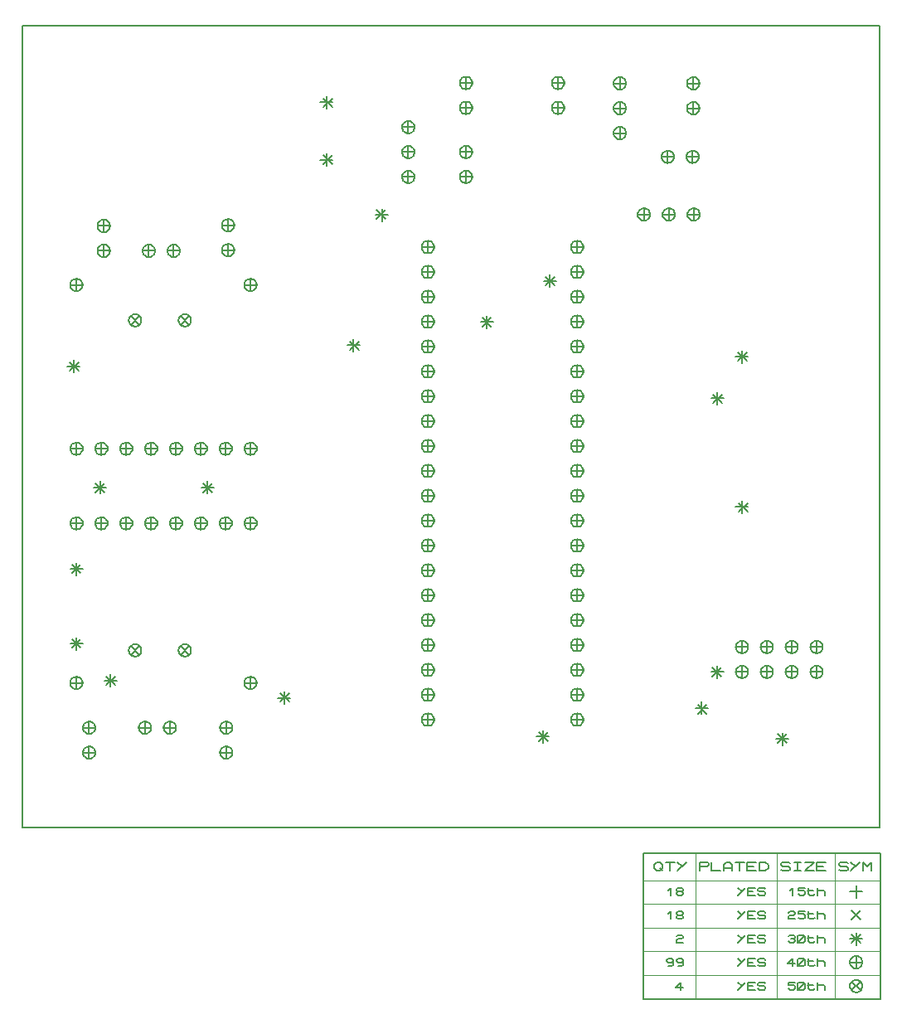
<source format=gbr>
G04 PROTEUS RS274X GERBER FILE*
%FSLAX26Y26*%
%MOIN*%
G01*
%ADD17C,0.008000*%
%ADD18C,0.005000*%
%ADD19C,0.002500*%
D17*
X+1222819Y+2713427D02*
X+1222819Y+2663427D01*
X+1247819Y+2688427D02*
X+1197819Y+2688427D01*
X+1222819Y+2945750D02*
X+1222819Y+2895750D01*
X+1247819Y+2920750D02*
X+1197819Y+2920750D01*
X+2794464Y+655613D02*
X+2794464Y+605613D01*
X+2819464Y+630613D02*
X+2769464Y+630613D01*
X+2794464Y+1754849D02*
X+2794464Y+1704849D01*
X+2819464Y+1729849D02*
X+2769464Y+1729849D01*
X+3055302Y+385636D02*
X+3055302Y+335636D01*
X+3080302Y+360636D02*
X+3030302Y+360636D01*
X+2731084Y+510636D02*
X+2731084Y+460636D01*
X+2756084Y+485636D02*
X+2706084Y+485636D01*
X+1330661Y+1968222D02*
X+1330661Y+1918222D01*
X+1355661Y+1943222D02*
X+1305661Y+1943222D01*
X+204724Y+1883268D02*
X+204724Y+1833268D01*
X+229724Y+1858268D02*
X+179724Y+1858268D01*
X+1445119Y+2492318D02*
X+1445119Y+2442318D01*
X+1470119Y+2467318D02*
X+1420119Y+2467318D01*
X+2119818Y+2227257D02*
X+2119818Y+2177257D01*
X+2144818Y+2202257D02*
X+2094818Y+2202257D01*
X+354545Y+620831D02*
X+354545Y+570831D01*
X+379545Y+595831D02*
X+329545Y+595831D01*
X+1052914Y+550179D02*
X+1052914Y+500179D01*
X+1077914Y+525179D02*
X+1027914Y+525179D01*
X+2092544Y+396014D02*
X+2092544Y+346014D01*
X+2117544Y+371014D02*
X+2067544Y+371014D01*
X+1867649Y+2062327D02*
X+1867649Y+2012327D01*
X+1892649Y+2037327D02*
X+1842649Y+2037327D01*
X+2892285Y+1317764D02*
X+2892285Y+1267764D01*
X+2917285Y+1292764D02*
X+2867285Y+1292764D01*
X+2892285Y+1921400D02*
X+2892285Y+1871400D01*
X+2917285Y+1896400D02*
X+2867285Y+1896400D01*
X+311282Y+1396803D02*
X+311282Y+1346803D01*
X+336282Y+1371803D02*
X+286282Y+1371803D01*
X+744372Y+1396803D02*
X+744372Y+1346803D01*
X+769372Y+1371803D02*
X+719372Y+1371803D01*
X+2178543Y+2897638D02*
X+2178455Y+2899738D01*
X+2177736Y+2903939D01*
X+2176230Y+2908140D01*
X+2173762Y+2912341D01*
X+2169994Y+2916463D01*
X+2165793Y+2919431D01*
X+2161592Y+2921307D01*
X+2157391Y+2922340D01*
X+2153543Y+2922638D01*
X+2128543Y+2897638D02*
X+2128631Y+2899738D01*
X+2129350Y+2903939D01*
X+2130856Y+2908140D01*
X+2133324Y+2912341D01*
X+2137092Y+2916463D01*
X+2141293Y+2919431D01*
X+2145494Y+2921307D01*
X+2149695Y+2922340D01*
X+2153543Y+2922638D01*
X+2128543Y+2897638D02*
X+2128631Y+2895538D01*
X+2129350Y+2891337D01*
X+2130856Y+2887136D01*
X+2133324Y+2882935D01*
X+2137092Y+2878813D01*
X+2141293Y+2875845D01*
X+2145494Y+2873969D01*
X+2149695Y+2872936D01*
X+2153543Y+2872638D01*
X+2178543Y+2897638D02*
X+2178455Y+2895538D01*
X+2177736Y+2891337D01*
X+2176230Y+2887136D01*
X+2173762Y+2882935D01*
X+2169994Y+2878813D01*
X+2165793Y+2875845D01*
X+2161592Y+2873969D01*
X+2157391Y+2872936D01*
X+2153543Y+2872638D01*
X+2153543Y+2922638D02*
X+2153543Y+2872638D01*
X+2178543Y+2897638D02*
X+2128543Y+2897638D01*
X+2178543Y+2997638D02*
X+2178455Y+2999738D01*
X+2177736Y+3003939D01*
X+2176230Y+3008140D01*
X+2173762Y+3012341D01*
X+2169994Y+3016463D01*
X+2165793Y+3019431D01*
X+2161592Y+3021307D01*
X+2157391Y+3022340D01*
X+2153543Y+3022638D01*
X+2128543Y+2997638D02*
X+2128631Y+2999738D01*
X+2129350Y+3003939D01*
X+2130856Y+3008140D01*
X+2133324Y+3012341D01*
X+2137092Y+3016463D01*
X+2141293Y+3019431D01*
X+2145494Y+3021307D01*
X+2149695Y+3022340D01*
X+2153543Y+3022638D01*
X+2128543Y+2997638D02*
X+2128631Y+2995538D01*
X+2129350Y+2991337D01*
X+2130856Y+2987136D01*
X+2133324Y+2982935D01*
X+2137092Y+2978813D01*
X+2141293Y+2975845D01*
X+2145494Y+2973969D01*
X+2149695Y+2972936D01*
X+2153543Y+2972638D01*
X+2178543Y+2997638D02*
X+2178455Y+2995538D01*
X+2177736Y+2991337D01*
X+2176230Y+2987136D01*
X+2173762Y+2982935D01*
X+2169994Y+2978813D01*
X+2165793Y+2975845D01*
X+2161592Y+2973969D01*
X+2157391Y+2972936D01*
X+2153543Y+2972638D01*
X+2153543Y+3022638D02*
X+2153543Y+2972638D01*
X+2178543Y+2997638D02*
X+2128543Y+2997638D01*
X+1808465Y+2897638D02*
X+1808377Y+2899738D01*
X+1807658Y+2903939D01*
X+1806152Y+2908140D01*
X+1803684Y+2912341D01*
X+1799916Y+2916463D01*
X+1795715Y+2919431D01*
X+1791514Y+2921307D01*
X+1787313Y+2922340D01*
X+1783465Y+2922638D01*
X+1758465Y+2897638D02*
X+1758553Y+2899738D01*
X+1759272Y+2903939D01*
X+1760778Y+2908140D01*
X+1763246Y+2912341D01*
X+1767014Y+2916463D01*
X+1771215Y+2919431D01*
X+1775416Y+2921307D01*
X+1779617Y+2922340D01*
X+1783465Y+2922638D01*
X+1758465Y+2897638D02*
X+1758553Y+2895538D01*
X+1759272Y+2891337D01*
X+1760778Y+2887136D01*
X+1763246Y+2882935D01*
X+1767014Y+2878813D01*
X+1771215Y+2875845D01*
X+1775416Y+2873969D01*
X+1779617Y+2872936D01*
X+1783465Y+2872638D01*
X+1808465Y+2897638D02*
X+1808377Y+2895538D01*
X+1807658Y+2891337D01*
X+1806152Y+2887136D01*
X+1803684Y+2882935D01*
X+1799916Y+2878813D01*
X+1795715Y+2875845D01*
X+1791514Y+2873969D01*
X+1787313Y+2872936D01*
X+1783465Y+2872638D01*
X+1783465Y+2922638D02*
X+1783465Y+2872638D01*
X+1808465Y+2897638D02*
X+1758465Y+2897638D01*
X+1808465Y+2997638D02*
X+1808377Y+2999738D01*
X+1807658Y+3003939D01*
X+1806152Y+3008140D01*
X+1803684Y+3012341D01*
X+1799916Y+3016463D01*
X+1795715Y+3019431D01*
X+1791514Y+3021307D01*
X+1787313Y+3022340D01*
X+1783465Y+3022638D01*
X+1758465Y+2997638D02*
X+1758553Y+2999738D01*
X+1759272Y+3003939D01*
X+1760778Y+3008140D01*
X+1763246Y+3012341D01*
X+1767014Y+3016463D01*
X+1771215Y+3019431D01*
X+1775416Y+3021307D01*
X+1779617Y+3022340D01*
X+1783465Y+3022638D01*
X+1758465Y+2997638D02*
X+1758553Y+2995538D01*
X+1759272Y+2991337D01*
X+1760778Y+2987136D01*
X+1763246Y+2982935D01*
X+1767014Y+2978813D01*
X+1771215Y+2975845D01*
X+1775416Y+2973969D01*
X+1779617Y+2972936D01*
X+1783465Y+2972638D01*
X+1808465Y+2997638D02*
X+1808377Y+2995538D01*
X+1807658Y+2991337D01*
X+1806152Y+2987136D01*
X+1803684Y+2982935D01*
X+1799916Y+2978813D01*
X+1795715Y+2975845D01*
X+1791514Y+2973969D01*
X+1787313Y+2972936D01*
X+1783465Y+2972638D01*
X+1783465Y+3022638D02*
X+1783465Y+2972638D01*
X+1808465Y+2997638D02*
X+1758465Y+2997638D01*
X+2719488Y+2700787D02*
X+2719400Y+2702887D01*
X+2718681Y+2707088D01*
X+2717175Y+2711289D01*
X+2714707Y+2715490D01*
X+2710939Y+2719612D01*
X+2706738Y+2722580D01*
X+2702537Y+2724456D01*
X+2698336Y+2725489D01*
X+2694488Y+2725787D01*
X+2669488Y+2700787D02*
X+2669576Y+2702887D01*
X+2670295Y+2707088D01*
X+2671801Y+2711289D01*
X+2674269Y+2715490D01*
X+2678037Y+2719612D01*
X+2682238Y+2722580D01*
X+2686439Y+2724456D01*
X+2690640Y+2725489D01*
X+2694488Y+2725787D01*
X+2669488Y+2700787D02*
X+2669576Y+2698687D01*
X+2670295Y+2694486D01*
X+2671801Y+2690285D01*
X+2674269Y+2686084D01*
X+2678037Y+2681962D01*
X+2682238Y+2678994D01*
X+2686439Y+2677118D01*
X+2690640Y+2676085D01*
X+2694488Y+2675787D01*
X+2719488Y+2700787D02*
X+2719400Y+2698687D01*
X+2718681Y+2694486D01*
X+2717175Y+2690285D01*
X+2714707Y+2686084D01*
X+2710939Y+2681962D01*
X+2706738Y+2678994D01*
X+2702537Y+2677118D01*
X+2698336Y+2676085D01*
X+2694488Y+2675787D01*
X+2694488Y+2725787D02*
X+2694488Y+2675787D01*
X+2719488Y+2700787D02*
X+2669488Y+2700787D01*
X+2619488Y+2700787D02*
X+2619400Y+2702887D01*
X+2618681Y+2707088D01*
X+2617175Y+2711289D01*
X+2614707Y+2715490D01*
X+2610939Y+2719612D01*
X+2606738Y+2722580D01*
X+2602537Y+2724456D01*
X+2598336Y+2725489D01*
X+2594488Y+2725787D01*
X+2569488Y+2700787D02*
X+2569576Y+2702887D01*
X+2570295Y+2707088D01*
X+2571801Y+2711289D01*
X+2574269Y+2715490D01*
X+2578037Y+2719612D01*
X+2582238Y+2722580D01*
X+2586439Y+2724456D01*
X+2590640Y+2725489D01*
X+2594488Y+2725787D01*
X+2569488Y+2700787D02*
X+2569576Y+2698687D01*
X+2570295Y+2694486D01*
X+2571801Y+2690285D01*
X+2574269Y+2686084D01*
X+2578037Y+2681962D01*
X+2582238Y+2678994D01*
X+2586439Y+2677118D01*
X+2590640Y+2676085D01*
X+2594488Y+2675787D01*
X+2619488Y+2700787D02*
X+2619400Y+2698687D01*
X+2618681Y+2694486D01*
X+2617175Y+2690285D01*
X+2614707Y+2686084D01*
X+2610939Y+2681962D01*
X+2606738Y+2678994D01*
X+2602537Y+2677118D01*
X+2598336Y+2676085D01*
X+2594488Y+2675787D01*
X+2594488Y+2725787D02*
X+2594488Y+2675787D01*
X+2619488Y+2700787D02*
X+2569488Y+2700787D01*
X+1808465Y+2720472D02*
X+1808377Y+2722572D01*
X+1807658Y+2726773D01*
X+1806152Y+2730974D01*
X+1803684Y+2735175D01*
X+1799916Y+2739297D01*
X+1795715Y+2742265D01*
X+1791514Y+2744141D01*
X+1787313Y+2745174D01*
X+1783465Y+2745472D01*
X+1758465Y+2720472D02*
X+1758553Y+2722572D01*
X+1759272Y+2726773D01*
X+1760778Y+2730974D01*
X+1763246Y+2735175D01*
X+1767014Y+2739297D01*
X+1771215Y+2742265D01*
X+1775416Y+2744141D01*
X+1779617Y+2745174D01*
X+1783465Y+2745472D01*
X+1758465Y+2720472D02*
X+1758553Y+2718372D01*
X+1759272Y+2714171D01*
X+1760778Y+2709970D01*
X+1763246Y+2705769D01*
X+1767014Y+2701647D01*
X+1771215Y+2698679D01*
X+1775416Y+2696803D01*
X+1779617Y+2695770D01*
X+1783465Y+2695472D01*
X+1808465Y+2720472D02*
X+1808377Y+2718372D01*
X+1807658Y+2714171D01*
X+1806152Y+2709970D01*
X+1803684Y+2705769D01*
X+1799916Y+2701647D01*
X+1795715Y+2698679D01*
X+1791514Y+2696803D01*
X+1787313Y+2695770D01*
X+1783465Y+2695472D01*
X+1783465Y+2745472D02*
X+1783465Y+2695472D01*
X+1808465Y+2720472D02*
X+1758465Y+2720472D01*
X+1808465Y+2620472D02*
X+1808377Y+2622572D01*
X+1807658Y+2626773D01*
X+1806152Y+2630974D01*
X+1803684Y+2635175D01*
X+1799916Y+2639297D01*
X+1795715Y+2642265D01*
X+1791514Y+2644141D01*
X+1787313Y+2645174D01*
X+1783465Y+2645472D01*
X+1758465Y+2620472D02*
X+1758553Y+2622572D01*
X+1759272Y+2626773D01*
X+1760778Y+2630974D01*
X+1763246Y+2635175D01*
X+1767014Y+2639297D01*
X+1771215Y+2642265D01*
X+1775416Y+2644141D01*
X+1779617Y+2645174D01*
X+1783465Y+2645472D01*
X+1758465Y+2620472D02*
X+1758553Y+2618372D01*
X+1759272Y+2614171D01*
X+1760778Y+2609970D01*
X+1763246Y+2605769D01*
X+1767014Y+2601647D01*
X+1771215Y+2598679D01*
X+1775416Y+2596803D01*
X+1779617Y+2595770D01*
X+1783465Y+2595472D01*
X+1808465Y+2620472D02*
X+1808377Y+2618372D01*
X+1807658Y+2614171D01*
X+1806152Y+2609970D01*
X+1803684Y+2605769D01*
X+1799916Y+2601647D01*
X+1795715Y+2598679D01*
X+1791514Y+2596803D01*
X+1787313Y+2595770D01*
X+1783465Y+2595472D01*
X+1783465Y+2645472D02*
X+1783465Y+2595472D01*
X+1808465Y+2620472D02*
X+1758465Y+2620472D01*
X+851772Y+2425197D02*
X+851684Y+2427297D01*
X+850965Y+2431498D01*
X+849459Y+2435699D01*
X+846991Y+2439900D01*
X+843223Y+2444022D01*
X+839022Y+2446990D01*
X+834821Y+2448866D01*
X+830620Y+2449899D01*
X+826772Y+2450197D01*
X+801772Y+2425197D02*
X+801860Y+2427297D01*
X+802579Y+2431498D01*
X+804085Y+2435699D01*
X+806553Y+2439900D01*
X+810321Y+2444022D01*
X+814522Y+2446990D01*
X+818723Y+2448866D01*
X+822924Y+2449899D01*
X+826772Y+2450197D01*
X+801772Y+2425197D02*
X+801860Y+2423097D01*
X+802579Y+2418896D01*
X+804085Y+2414695D01*
X+806553Y+2410494D01*
X+810321Y+2406372D01*
X+814522Y+2403404D01*
X+818723Y+2401528D01*
X+822924Y+2400495D01*
X+826772Y+2400197D01*
X+851772Y+2425197D02*
X+851684Y+2423097D01*
X+850965Y+2418896D01*
X+849459Y+2414695D01*
X+846991Y+2410494D01*
X+843223Y+2406372D01*
X+839022Y+2403404D01*
X+834821Y+2401528D01*
X+830620Y+2400495D01*
X+826772Y+2400197D01*
X+826772Y+2450197D02*
X+826772Y+2400197D01*
X+851772Y+2425197D02*
X+801772Y+2425197D01*
X+851772Y+2325197D02*
X+851684Y+2327297D01*
X+850965Y+2331498D01*
X+849459Y+2335699D01*
X+846991Y+2339900D01*
X+843223Y+2344022D01*
X+839022Y+2346990D01*
X+834821Y+2348866D01*
X+830620Y+2349899D01*
X+826772Y+2350197D01*
X+801772Y+2325197D02*
X+801860Y+2327297D01*
X+802579Y+2331498D01*
X+804085Y+2335699D01*
X+806553Y+2339900D01*
X+810321Y+2344022D01*
X+814522Y+2346990D01*
X+818723Y+2348866D01*
X+822924Y+2349899D01*
X+826772Y+2350197D01*
X+801772Y+2325197D02*
X+801860Y+2323097D01*
X+802579Y+2318896D01*
X+804085Y+2314695D01*
X+806553Y+2310494D01*
X+810321Y+2306372D01*
X+814522Y+2303404D01*
X+818723Y+2301528D01*
X+822924Y+2300495D01*
X+826772Y+2300197D01*
X+851772Y+2325197D02*
X+851684Y+2323097D01*
X+850965Y+2318896D01*
X+849459Y+2314695D01*
X+846991Y+2310494D01*
X+843223Y+2306372D01*
X+839022Y+2303404D01*
X+834821Y+2301528D01*
X+830620Y+2300495D01*
X+826772Y+2300197D01*
X+826772Y+2350197D02*
X+826772Y+2300197D01*
X+851772Y+2325197D02*
X+801772Y+2325197D01*
X+351772Y+2422835D02*
X+351684Y+2424935D01*
X+350965Y+2429136D01*
X+349459Y+2433337D01*
X+346991Y+2437538D01*
X+343223Y+2441660D01*
X+339022Y+2444628D01*
X+334821Y+2446504D01*
X+330620Y+2447537D01*
X+326772Y+2447835D01*
X+301772Y+2422835D02*
X+301860Y+2424935D01*
X+302579Y+2429136D01*
X+304085Y+2433337D01*
X+306553Y+2437538D01*
X+310321Y+2441660D01*
X+314522Y+2444628D01*
X+318723Y+2446504D01*
X+322924Y+2447537D01*
X+326772Y+2447835D01*
X+301772Y+2422835D02*
X+301860Y+2420735D01*
X+302579Y+2416534D01*
X+304085Y+2412333D01*
X+306553Y+2408132D01*
X+310321Y+2404010D01*
X+314522Y+2401042D01*
X+318723Y+2399166D01*
X+322924Y+2398133D01*
X+326772Y+2397835D01*
X+351772Y+2422835D02*
X+351684Y+2420735D01*
X+350965Y+2416534D01*
X+349459Y+2412333D01*
X+346991Y+2408132D01*
X+343223Y+2404010D01*
X+339022Y+2401042D01*
X+334821Y+2399166D01*
X+330620Y+2398133D01*
X+326772Y+2397835D01*
X+326772Y+2447835D02*
X+326772Y+2397835D01*
X+351772Y+2422835D02*
X+301772Y+2422835D01*
X+351772Y+2322835D02*
X+351684Y+2324935D01*
X+350965Y+2329136D01*
X+349459Y+2333337D01*
X+346991Y+2337538D01*
X+343223Y+2341660D01*
X+339022Y+2344628D01*
X+334821Y+2346504D01*
X+330620Y+2347537D01*
X+326772Y+2347835D01*
X+301772Y+2322835D02*
X+301860Y+2324935D01*
X+302579Y+2329136D01*
X+304085Y+2333337D01*
X+306553Y+2337538D01*
X+310321Y+2341660D01*
X+314522Y+2344628D01*
X+318723Y+2346504D01*
X+322924Y+2347537D01*
X+326772Y+2347835D01*
X+301772Y+2322835D02*
X+301860Y+2320735D01*
X+302579Y+2316534D01*
X+304085Y+2312333D01*
X+306553Y+2308132D01*
X+310321Y+2304010D01*
X+314522Y+2301042D01*
X+318723Y+2299166D01*
X+322924Y+2298133D01*
X+326772Y+2297835D01*
X+351772Y+2322835D02*
X+351684Y+2320735D01*
X+350965Y+2316534D01*
X+349459Y+2312333D01*
X+346991Y+2308132D01*
X+343223Y+2304010D01*
X+339022Y+2301042D01*
X+334821Y+2299166D01*
X+330620Y+2298133D01*
X+326772Y+2297835D01*
X+326772Y+2347835D02*
X+326772Y+2297835D01*
X+351772Y+2322835D02*
X+301772Y+2322835D01*
X+632874Y+2322835D02*
X+632786Y+2324935D01*
X+632067Y+2329136D01*
X+630561Y+2333337D01*
X+628093Y+2337538D01*
X+624325Y+2341660D01*
X+620124Y+2344628D01*
X+615923Y+2346504D01*
X+611722Y+2347537D01*
X+607874Y+2347835D01*
X+582874Y+2322835D02*
X+582962Y+2324935D01*
X+583681Y+2329136D01*
X+585187Y+2333337D01*
X+587655Y+2337538D01*
X+591423Y+2341660D01*
X+595624Y+2344628D01*
X+599825Y+2346504D01*
X+604026Y+2347537D01*
X+607874Y+2347835D01*
X+582874Y+2322835D02*
X+582962Y+2320735D01*
X+583681Y+2316534D01*
X+585187Y+2312333D01*
X+587655Y+2308132D01*
X+591423Y+2304010D01*
X+595624Y+2301042D01*
X+599825Y+2299166D01*
X+604026Y+2298133D01*
X+607874Y+2297835D01*
X+632874Y+2322835D02*
X+632786Y+2320735D01*
X+632067Y+2316534D01*
X+630561Y+2312333D01*
X+628093Y+2308132D01*
X+624325Y+2304010D01*
X+620124Y+2301042D01*
X+615923Y+2299166D01*
X+611722Y+2298133D01*
X+607874Y+2297835D01*
X+607874Y+2347835D02*
X+607874Y+2297835D01*
X+632874Y+2322835D02*
X+582874Y+2322835D01*
X+532874Y+2322835D02*
X+532786Y+2324935D01*
X+532067Y+2329136D01*
X+530561Y+2333337D01*
X+528093Y+2337538D01*
X+524325Y+2341660D01*
X+520124Y+2344628D01*
X+515923Y+2346504D01*
X+511722Y+2347537D01*
X+507874Y+2347835D01*
X+482874Y+2322835D02*
X+482962Y+2324935D01*
X+483681Y+2329136D01*
X+485187Y+2333337D01*
X+487655Y+2337538D01*
X+491423Y+2341660D01*
X+495624Y+2344628D01*
X+499825Y+2346504D01*
X+504026Y+2347537D01*
X+507874Y+2347835D01*
X+482874Y+2322835D02*
X+482962Y+2320735D01*
X+483681Y+2316534D01*
X+485187Y+2312333D01*
X+487655Y+2308132D01*
X+491423Y+2304010D01*
X+495624Y+2301042D01*
X+499825Y+2299166D01*
X+504026Y+2298133D01*
X+507874Y+2297835D01*
X+532874Y+2322835D02*
X+532786Y+2320735D01*
X+532067Y+2316534D01*
X+530561Y+2312333D01*
X+528093Y+2308132D01*
X+524325Y+2304010D01*
X+520124Y+2301042D01*
X+515923Y+2299166D01*
X+511722Y+2298133D01*
X+507874Y+2297835D01*
X+507874Y+2347835D02*
X+507874Y+2297835D01*
X+532874Y+2322835D02*
X+482874Y+2322835D01*
X+843898Y+305512D02*
X+843810Y+307612D01*
X+843091Y+311813D01*
X+841585Y+316014D01*
X+839117Y+320215D01*
X+835349Y+324337D01*
X+831148Y+327305D01*
X+826947Y+329181D01*
X+822746Y+330214D01*
X+818898Y+330512D01*
X+793898Y+305512D02*
X+793986Y+307612D01*
X+794705Y+311813D01*
X+796211Y+316014D01*
X+798679Y+320215D01*
X+802447Y+324337D01*
X+806648Y+327305D01*
X+810849Y+329181D01*
X+815050Y+330214D01*
X+818898Y+330512D01*
X+793898Y+305512D02*
X+793986Y+303412D01*
X+794705Y+299211D01*
X+796211Y+295010D01*
X+798679Y+290809D01*
X+802447Y+286687D01*
X+806648Y+283719D01*
X+810849Y+281843D01*
X+815050Y+280810D01*
X+818898Y+280512D01*
X+843898Y+305512D02*
X+843810Y+303412D01*
X+843091Y+299211D01*
X+841585Y+295010D01*
X+839117Y+290809D01*
X+835349Y+286687D01*
X+831148Y+283719D01*
X+826947Y+281843D01*
X+822746Y+280810D01*
X+818898Y+280512D01*
X+818898Y+330512D02*
X+818898Y+280512D01*
X+843898Y+305512D02*
X+793898Y+305512D01*
X+843898Y+405512D02*
X+843810Y+407612D01*
X+843091Y+411813D01*
X+841585Y+416014D01*
X+839117Y+420215D01*
X+835349Y+424337D01*
X+831148Y+427305D01*
X+826947Y+429181D01*
X+822746Y+430214D01*
X+818898Y+430512D01*
X+793898Y+405512D02*
X+793986Y+407612D01*
X+794705Y+411813D01*
X+796211Y+416014D01*
X+798679Y+420215D01*
X+802447Y+424337D01*
X+806648Y+427305D01*
X+810849Y+429181D01*
X+815050Y+430214D01*
X+818898Y+430512D01*
X+793898Y+405512D02*
X+793986Y+403412D01*
X+794705Y+399211D01*
X+796211Y+395010D01*
X+798679Y+390809D01*
X+802447Y+386687D01*
X+806648Y+383719D01*
X+810849Y+381843D01*
X+815050Y+380810D01*
X+818898Y+380512D01*
X+843898Y+405512D02*
X+843810Y+403412D01*
X+843091Y+399211D01*
X+841585Y+395010D01*
X+839117Y+390809D01*
X+835349Y+386687D01*
X+831148Y+383719D01*
X+826947Y+381843D01*
X+822746Y+380810D01*
X+818898Y+380512D01*
X+818898Y+430512D02*
X+818898Y+380512D01*
X+843898Y+405512D02*
X+793898Y+405512D01*
X+617126Y+405512D02*
X+617038Y+407612D01*
X+616319Y+411813D01*
X+614813Y+416014D01*
X+612345Y+420215D01*
X+608577Y+424337D01*
X+604376Y+427305D01*
X+600175Y+429181D01*
X+595974Y+430214D01*
X+592126Y+430512D01*
X+567126Y+405512D02*
X+567214Y+407612D01*
X+567933Y+411813D01*
X+569439Y+416014D01*
X+571907Y+420215D01*
X+575675Y+424337D01*
X+579876Y+427305D01*
X+584077Y+429181D01*
X+588278Y+430214D01*
X+592126Y+430512D01*
X+567126Y+405512D02*
X+567214Y+403412D01*
X+567933Y+399211D01*
X+569439Y+395010D01*
X+571907Y+390809D01*
X+575675Y+386687D01*
X+579876Y+383719D01*
X+584077Y+381843D01*
X+588278Y+380810D01*
X+592126Y+380512D01*
X+617126Y+405512D02*
X+617038Y+403412D01*
X+616319Y+399211D01*
X+614813Y+395010D01*
X+612345Y+390809D01*
X+608577Y+386687D01*
X+604376Y+383719D01*
X+600175Y+381843D01*
X+595974Y+380810D01*
X+592126Y+380512D01*
X+592126Y+430512D02*
X+592126Y+380512D01*
X+617126Y+405512D02*
X+567126Y+405512D01*
X+517126Y+405512D02*
X+517038Y+407612D01*
X+516319Y+411813D01*
X+514813Y+416014D01*
X+512345Y+420215D01*
X+508577Y+424337D01*
X+504376Y+427305D01*
X+500175Y+429181D01*
X+495974Y+430214D01*
X+492126Y+430512D01*
X+467126Y+405512D02*
X+467214Y+407612D01*
X+467933Y+411813D01*
X+469439Y+416014D01*
X+471907Y+420215D01*
X+475675Y+424337D01*
X+479876Y+427305D01*
X+484077Y+429181D01*
X+488278Y+430214D01*
X+492126Y+430512D01*
X+467126Y+405512D02*
X+467214Y+403412D01*
X+467933Y+399211D01*
X+469439Y+395010D01*
X+471907Y+390809D01*
X+475675Y+386687D01*
X+479876Y+383719D01*
X+484077Y+381843D01*
X+488278Y+380810D01*
X+492126Y+380512D01*
X+517126Y+405512D02*
X+517038Y+403412D01*
X+516319Y+399211D01*
X+514813Y+395010D01*
X+512345Y+390809D01*
X+508577Y+386687D01*
X+504376Y+383719D01*
X+500175Y+381843D01*
X+495974Y+380810D01*
X+492126Y+380512D01*
X+492126Y+430512D02*
X+492126Y+380512D01*
X+517126Y+405512D02*
X+467126Y+405512D01*
X+292717Y+305512D02*
X+292629Y+307612D01*
X+291910Y+311813D01*
X+290404Y+316014D01*
X+287936Y+320215D01*
X+284168Y+324337D01*
X+279967Y+327305D01*
X+275766Y+329181D01*
X+271565Y+330214D01*
X+267717Y+330512D01*
X+242717Y+305512D02*
X+242805Y+307612D01*
X+243524Y+311813D01*
X+245030Y+316014D01*
X+247498Y+320215D01*
X+251266Y+324337D01*
X+255467Y+327305D01*
X+259668Y+329181D01*
X+263869Y+330214D01*
X+267717Y+330512D01*
X+242717Y+305512D02*
X+242805Y+303412D01*
X+243524Y+299211D01*
X+245030Y+295010D01*
X+247498Y+290809D01*
X+251266Y+286687D01*
X+255467Y+283719D01*
X+259668Y+281843D01*
X+263869Y+280810D01*
X+267717Y+280512D01*
X+292717Y+305512D02*
X+292629Y+303412D01*
X+291910Y+299211D01*
X+290404Y+295010D01*
X+287936Y+290809D01*
X+284168Y+286687D01*
X+279967Y+283719D01*
X+275766Y+281843D01*
X+271565Y+280810D01*
X+267717Y+280512D01*
X+267717Y+330512D02*
X+267717Y+280512D01*
X+292717Y+305512D02*
X+242717Y+305512D01*
X+292717Y+405512D02*
X+292629Y+407612D01*
X+291910Y+411813D01*
X+290404Y+416014D01*
X+287936Y+420215D01*
X+284168Y+424337D01*
X+279967Y+427305D01*
X+275766Y+429181D01*
X+271565Y+430214D01*
X+267717Y+430512D01*
X+242717Y+405512D02*
X+242805Y+407612D01*
X+243524Y+411813D01*
X+245030Y+416014D01*
X+247498Y+420215D01*
X+251266Y+424337D01*
X+255467Y+427305D01*
X+259668Y+429181D01*
X+263869Y+430214D01*
X+267717Y+430512D01*
X+242717Y+405512D02*
X+242805Y+403412D01*
X+243524Y+399211D01*
X+245030Y+395010D01*
X+247498Y+390809D01*
X+251266Y+386687D01*
X+255467Y+383719D01*
X+259668Y+381843D01*
X+263869Y+380810D01*
X+267717Y+380512D01*
X+292717Y+405512D02*
X+292629Y+403412D01*
X+291910Y+399211D01*
X+290404Y+395010D01*
X+287936Y+390809D01*
X+284168Y+386687D01*
X+279967Y+383719D01*
X+275766Y+381843D01*
X+271565Y+380810D01*
X+267717Y+380512D01*
X+267717Y+430512D02*
X+267717Y+380512D01*
X+292717Y+405512D02*
X+242717Y+405512D01*
X+241535Y+2185039D02*
X+241447Y+2187139D01*
X+240728Y+2191340D01*
X+239222Y+2195541D01*
X+236754Y+2199742D01*
X+232986Y+2203864D01*
X+228785Y+2206832D01*
X+224584Y+2208708D01*
X+220383Y+2209741D01*
X+216535Y+2210039D01*
X+191535Y+2185039D02*
X+191623Y+2187139D01*
X+192342Y+2191340D01*
X+193848Y+2195541D01*
X+196316Y+2199742D01*
X+200084Y+2203864D01*
X+204285Y+2206832D01*
X+208486Y+2208708D01*
X+212687Y+2209741D01*
X+216535Y+2210039D01*
X+191535Y+2185039D02*
X+191623Y+2182939D01*
X+192342Y+2178738D01*
X+193848Y+2174537D01*
X+196316Y+2170336D01*
X+200084Y+2166214D01*
X+204285Y+2163246D01*
X+208486Y+2161370D01*
X+212687Y+2160337D01*
X+216535Y+2160039D01*
X+241535Y+2185039D02*
X+241447Y+2182939D01*
X+240728Y+2178738D01*
X+239222Y+2174537D01*
X+236754Y+2170336D01*
X+232986Y+2166214D01*
X+228785Y+2163246D01*
X+224584Y+2161370D01*
X+220383Y+2160337D01*
X+216535Y+2160039D01*
X+216535Y+2210039D02*
X+216535Y+2160039D01*
X+241535Y+2185039D02*
X+191535Y+2185039D01*
X+941535Y+2185039D02*
X+941447Y+2187139D01*
X+940728Y+2191340D01*
X+939222Y+2195541D01*
X+936754Y+2199742D01*
X+932986Y+2203864D01*
X+928785Y+2206832D01*
X+924584Y+2208708D01*
X+920383Y+2209741D01*
X+916535Y+2210039D01*
X+891535Y+2185039D02*
X+891623Y+2187139D01*
X+892342Y+2191340D01*
X+893848Y+2195541D01*
X+896316Y+2199742D01*
X+900084Y+2203864D01*
X+904285Y+2206832D01*
X+908486Y+2208708D01*
X+912687Y+2209741D01*
X+916535Y+2210039D01*
X+891535Y+2185039D02*
X+891623Y+2182939D01*
X+892342Y+2178738D01*
X+893848Y+2174537D01*
X+896316Y+2170336D01*
X+900084Y+2166214D01*
X+904285Y+2163246D01*
X+908486Y+2161370D01*
X+912687Y+2160337D01*
X+916535Y+2160039D01*
X+941535Y+2185039D02*
X+941447Y+2182939D01*
X+940728Y+2178738D01*
X+939222Y+2174537D01*
X+936754Y+2170336D01*
X+932986Y+2166214D01*
X+928785Y+2163246D01*
X+924584Y+2161370D01*
X+920383Y+2160337D01*
X+916535Y+2160039D01*
X+916535Y+2210039D02*
X+916535Y+2160039D01*
X+941535Y+2185039D02*
X+891535Y+2185039D01*
X+241535Y+585039D02*
X+241447Y+587139D01*
X+240728Y+591340D01*
X+239222Y+595541D01*
X+236754Y+599742D01*
X+232986Y+603864D01*
X+228785Y+606832D01*
X+224584Y+608708D01*
X+220383Y+609741D01*
X+216535Y+610039D01*
X+191535Y+585039D02*
X+191623Y+587139D01*
X+192342Y+591340D01*
X+193848Y+595541D01*
X+196316Y+599742D01*
X+200084Y+603864D01*
X+204285Y+606832D01*
X+208486Y+608708D01*
X+212687Y+609741D01*
X+216535Y+610039D01*
X+191535Y+585039D02*
X+191623Y+582939D01*
X+192342Y+578738D01*
X+193848Y+574537D01*
X+196316Y+570336D01*
X+200084Y+566214D01*
X+204285Y+563246D01*
X+208486Y+561370D01*
X+212687Y+560337D01*
X+216535Y+560039D01*
X+241535Y+585039D02*
X+241447Y+582939D01*
X+240728Y+578738D01*
X+239222Y+574537D01*
X+236754Y+570336D01*
X+232986Y+566214D01*
X+228785Y+563246D01*
X+224584Y+561370D01*
X+220383Y+560337D01*
X+216535Y+560039D01*
X+216535Y+610039D02*
X+216535Y+560039D01*
X+241535Y+585039D02*
X+191535Y+585039D01*
X+941535Y+585039D02*
X+941447Y+587139D01*
X+940728Y+591340D01*
X+939222Y+595541D01*
X+936754Y+599742D01*
X+932986Y+603864D01*
X+928785Y+606832D01*
X+924584Y+608708D01*
X+920383Y+609741D01*
X+916535Y+610039D01*
X+891535Y+585039D02*
X+891623Y+587139D01*
X+892342Y+591340D01*
X+893848Y+595541D01*
X+896316Y+599742D01*
X+900084Y+603864D01*
X+904285Y+606832D01*
X+908486Y+608708D01*
X+912687Y+609741D01*
X+916535Y+610039D01*
X+891535Y+585039D02*
X+891623Y+582939D01*
X+892342Y+578738D01*
X+893848Y+574537D01*
X+896316Y+570336D01*
X+900084Y+566214D01*
X+904285Y+563246D01*
X+908486Y+561370D01*
X+912687Y+560337D01*
X+916535Y+560039D01*
X+941535Y+585039D02*
X+941447Y+582939D01*
X+940728Y+578738D01*
X+939222Y+574537D01*
X+936754Y+570336D01*
X+932986Y+566214D01*
X+928785Y+563246D01*
X+924584Y+561370D01*
X+920383Y+560337D01*
X+916535Y+560039D01*
X+916535Y+610039D02*
X+916535Y+560039D01*
X+941535Y+585039D02*
X+891535Y+585039D01*
X+2721850Y+2996063D02*
X+2721762Y+2998163D01*
X+2721043Y+3002364D01*
X+2719537Y+3006565D01*
X+2717069Y+3010766D01*
X+2713301Y+3014888D01*
X+2709100Y+3017856D01*
X+2704899Y+3019732D01*
X+2700698Y+3020765D01*
X+2696850Y+3021063D01*
X+2671850Y+2996063D02*
X+2671938Y+2998163D01*
X+2672657Y+3002364D01*
X+2674163Y+3006565D01*
X+2676631Y+3010766D01*
X+2680399Y+3014888D01*
X+2684600Y+3017856D01*
X+2688801Y+3019732D01*
X+2693002Y+3020765D01*
X+2696850Y+3021063D01*
X+2671850Y+2996063D02*
X+2671938Y+2993963D01*
X+2672657Y+2989762D01*
X+2674163Y+2985561D01*
X+2676631Y+2981360D01*
X+2680399Y+2977238D01*
X+2684600Y+2974270D01*
X+2688801Y+2972394D01*
X+2693002Y+2971361D01*
X+2696850Y+2971063D01*
X+2721850Y+2996063D02*
X+2721762Y+2993963D01*
X+2721043Y+2989762D01*
X+2719537Y+2985561D01*
X+2717069Y+2981360D01*
X+2713301Y+2977238D01*
X+2709100Y+2974270D01*
X+2704899Y+2972394D01*
X+2700698Y+2971361D01*
X+2696850Y+2971063D01*
X+2696850Y+3021063D02*
X+2696850Y+2971063D01*
X+2721850Y+2996063D02*
X+2671850Y+2996063D01*
X+2721850Y+2896063D02*
X+2721762Y+2898163D01*
X+2721043Y+2902364D01*
X+2719537Y+2906565D01*
X+2717069Y+2910766D01*
X+2713301Y+2914888D01*
X+2709100Y+2917856D01*
X+2704899Y+2919732D01*
X+2700698Y+2920765D01*
X+2696850Y+2921063D01*
X+2671850Y+2896063D02*
X+2671938Y+2898163D01*
X+2672657Y+2902364D01*
X+2674163Y+2906565D01*
X+2676631Y+2910766D01*
X+2680399Y+2914888D01*
X+2684600Y+2917856D01*
X+2688801Y+2919732D01*
X+2693002Y+2920765D01*
X+2696850Y+2921063D01*
X+2671850Y+2896063D02*
X+2671938Y+2893963D01*
X+2672657Y+2889762D01*
X+2674163Y+2885561D01*
X+2676631Y+2881360D01*
X+2680399Y+2877238D01*
X+2684600Y+2874270D01*
X+2688801Y+2872394D01*
X+2693002Y+2871361D01*
X+2696850Y+2871063D01*
X+2721850Y+2896063D02*
X+2721762Y+2893963D01*
X+2721043Y+2889762D01*
X+2719537Y+2885561D01*
X+2717069Y+2881360D01*
X+2713301Y+2877238D01*
X+2709100Y+2874270D01*
X+2704899Y+2872394D01*
X+2700698Y+2871361D01*
X+2696850Y+2871063D01*
X+2696850Y+2921063D02*
X+2696850Y+2871063D01*
X+2721850Y+2896063D02*
X+2671850Y+2896063D01*
X+3117913Y+629921D02*
X+3117825Y+632021D01*
X+3117106Y+636222D01*
X+3115600Y+640423D01*
X+3113132Y+644624D01*
X+3109364Y+648746D01*
X+3105163Y+651714D01*
X+3100962Y+653590D01*
X+3096761Y+654623D01*
X+3092913Y+654921D01*
X+3067913Y+629921D02*
X+3068001Y+632021D01*
X+3068720Y+636222D01*
X+3070226Y+640423D01*
X+3072694Y+644624D01*
X+3076462Y+648746D01*
X+3080663Y+651714D01*
X+3084864Y+653590D01*
X+3089065Y+654623D01*
X+3092913Y+654921D01*
X+3067913Y+629921D02*
X+3068001Y+627821D01*
X+3068720Y+623620D01*
X+3070226Y+619419D01*
X+3072694Y+615218D01*
X+3076462Y+611096D01*
X+3080663Y+608128D01*
X+3084864Y+606252D01*
X+3089065Y+605219D01*
X+3092913Y+604921D01*
X+3117913Y+629921D02*
X+3117825Y+627821D01*
X+3117106Y+623620D01*
X+3115600Y+619419D01*
X+3113132Y+615218D01*
X+3109364Y+611096D01*
X+3105163Y+608128D01*
X+3100962Y+606252D01*
X+3096761Y+605219D01*
X+3092913Y+604921D01*
X+3092913Y+654921D02*
X+3092913Y+604921D01*
X+3117913Y+629921D02*
X+3067913Y+629921D01*
X+3117913Y+729921D02*
X+3117825Y+732021D01*
X+3117106Y+736222D01*
X+3115600Y+740423D01*
X+3113132Y+744624D01*
X+3109364Y+748746D01*
X+3105163Y+751714D01*
X+3100962Y+753590D01*
X+3096761Y+754623D01*
X+3092913Y+754921D01*
X+3067913Y+729921D02*
X+3068001Y+732021D01*
X+3068720Y+736222D01*
X+3070226Y+740423D01*
X+3072694Y+744624D01*
X+3076462Y+748746D01*
X+3080663Y+751714D01*
X+3084864Y+753590D01*
X+3089065Y+754623D01*
X+3092913Y+754921D01*
X+3067913Y+729921D02*
X+3068001Y+727821D01*
X+3068720Y+723620D01*
X+3070226Y+719419D01*
X+3072694Y+715218D01*
X+3076462Y+711096D01*
X+3080663Y+708128D01*
X+3084864Y+706252D01*
X+3089065Y+705219D01*
X+3092913Y+704921D01*
X+3117913Y+729921D02*
X+3117825Y+727821D01*
X+3117106Y+723620D01*
X+3115600Y+719419D01*
X+3113132Y+715218D01*
X+3109364Y+711096D01*
X+3105163Y+708128D01*
X+3100962Y+706252D01*
X+3096761Y+705219D01*
X+3092913Y+704921D01*
X+3092913Y+754921D02*
X+3092913Y+704921D01*
X+3117913Y+729921D02*
X+3067913Y+729921D01*
X+3217913Y+629921D02*
X+3217825Y+632021D01*
X+3217106Y+636222D01*
X+3215600Y+640423D01*
X+3213132Y+644624D01*
X+3209364Y+648746D01*
X+3205163Y+651714D01*
X+3200962Y+653590D01*
X+3196761Y+654623D01*
X+3192913Y+654921D01*
X+3167913Y+629921D02*
X+3168001Y+632021D01*
X+3168720Y+636222D01*
X+3170226Y+640423D01*
X+3172694Y+644624D01*
X+3176462Y+648746D01*
X+3180663Y+651714D01*
X+3184864Y+653590D01*
X+3189065Y+654623D01*
X+3192913Y+654921D01*
X+3167913Y+629921D02*
X+3168001Y+627821D01*
X+3168720Y+623620D01*
X+3170226Y+619419D01*
X+3172694Y+615218D01*
X+3176462Y+611096D01*
X+3180663Y+608128D01*
X+3184864Y+606252D01*
X+3189065Y+605219D01*
X+3192913Y+604921D01*
X+3217913Y+629921D02*
X+3217825Y+627821D01*
X+3217106Y+623620D01*
X+3215600Y+619419D01*
X+3213132Y+615218D01*
X+3209364Y+611096D01*
X+3205163Y+608128D01*
X+3200962Y+606252D01*
X+3196761Y+605219D01*
X+3192913Y+604921D01*
X+3192913Y+654921D02*
X+3192913Y+604921D01*
X+3217913Y+629921D02*
X+3167913Y+629921D01*
X+2917913Y+729921D02*
X+2917825Y+732021D01*
X+2917106Y+736222D01*
X+2915600Y+740423D01*
X+2913132Y+744624D01*
X+2909364Y+748746D01*
X+2905163Y+751714D01*
X+2900962Y+753590D01*
X+2896761Y+754623D01*
X+2892913Y+754921D01*
X+2867913Y+729921D02*
X+2868001Y+732021D01*
X+2868720Y+736222D01*
X+2870226Y+740423D01*
X+2872694Y+744624D01*
X+2876462Y+748746D01*
X+2880663Y+751714D01*
X+2884864Y+753590D01*
X+2889065Y+754623D01*
X+2892913Y+754921D01*
X+2867913Y+729921D02*
X+2868001Y+727821D01*
X+2868720Y+723620D01*
X+2870226Y+719419D01*
X+2872694Y+715218D01*
X+2876462Y+711096D01*
X+2880663Y+708128D01*
X+2884864Y+706252D01*
X+2889065Y+705219D01*
X+2892913Y+704921D01*
X+2917913Y+729921D02*
X+2917825Y+727821D01*
X+2917106Y+723620D01*
X+2915600Y+719419D01*
X+2913132Y+715218D01*
X+2909364Y+711096D01*
X+2905163Y+708128D01*
X+2900962Y+706252D01*
X+2896761Y+705219D01*
X+2892913Y+704921D01*
X+2892913Y+754921D02*
X+2892913Y+704921D01*
X+2917913Y+729921D02*
X+2867913Y+729921D01*
X+2917913Y+629921D02*
X+2917825Y+632021D01*
X+2917106Y+636222D01*
X+2915600Y+640423D01*
X+2913132Y+644624D01*
X+2909364Y+648746D01*
X+2905163Y+651714D01*
X+2900962Y+653590D01*
X+2896761Y+654623D01*
X+2892913Y+654921D01*
X+2867913Y+629921D02*
X+2868001Y+632021D01*
X+2868720Y+636222D01*
X+2870226Y+640423D01*
X+2872694Y+644624D01*
X+2876462Y+648746D01*
X+2880663Y+651714D01*
X+2884864Y+653590D01*
X+2889065Y+654623D01*
X+2892913Y+654921D01*
X+2867913Y+629921D02*
X+2868001Y+627821D01*
X+2868720Y+623620D01*
X+2870226Y+619419D01*
X+2872694Y+615218D01*
X+2876462Y+611096D01*
X+2880663Y+608128D01*
X+2884864Y+606252D01*
X+2889065Y+605219D01*
X+2892913Y+604921D01*
X+2917913Y+629921D02*
X+2917825Y+627821D01*
X+2917106Y+623620D01*
X+2915600Y+619419D01*
X+2913132Y+615218D01*
X+2909364Y+611096D01*
X+2905163Y+608128D01*
X+2900962Y+606252D01*
X+2896761Y+605219D01*
X+2892913Y+604921D01*
X+2892913Y+654921D02*
X+2892913Y+604921D01*
X+2917913Y+629921D02*
X+2867913Y+629921D01*
X+3017913Y+729921D02*
X+3017825Y+732021D01*
X+3017106Y+736222D01*
X+3015600Y+740423D01*
X+3013132Y+744624D01*
X+3009364Y+748746D01*
X+3005163Y+751714D01*
X+3000962Y+753590D01*
X+2996761Y+754623D01*
X+2992913Y+754921D01*
X+2967913Y+729921D02*
X+2968001Y+732021D01*
X+2968720Y+736222D01*
X+2970226Y+740423D01*
X+2972694Y+744624D01*
X+2976462Y+748746D01*
X+2980663Y+751714D01*
X+2984864Y+753590D01*
X+2989065Y+754623D01*
X+2992913Y+754921D01*
X+2967913Y+729921D02*
X+2968001Y+727821D01*
X+2968720Y+723620D01*
X+2970226Y+719419D01*
X+2972694Y+715218D01*
X+2976462Y+711096D01*
X+2980663Y+708128D01*
X+2984864Y+706252D01*
X+2989065Y+705219D01*
X+2992913Y+704921D01*
X+3017913Y+729921D02*
X+3017825Y+727821D01*
X+3017106Y+723620D01*
X+3015600Y+719419D01*
X+3013132Y+715218D01*
X+3009364Y+711096D01*
X+3005163Y+708128D01*
X+3000962Y+706252D01*
X+2996761Y+705219D01*
X+2992913Y+704921D01*
X+2992913Y+754921D02*
X+2992913Y+704921D01*
X+3017913Y+729921D02*
X+2967913Y+729921D01*
X+3017913Y+629921D02*
X+3017825Y+632021D01*
X+3017106Y+636222D01*
X+3015600Y+640423D01*
X+3013132Y+644624D01*
X+3009364Y+648746D01*
X+3005163Y+651714D01*
X+3000962Y+653590D01*
X+2996761Y+654623D01*
X+2992913Y+654921D01*
X+2967913Y+629921D02*
X+2968001Y+632021D01*
X+2968720Y+636222D01*
X+2970226Y+640423D01*
X+2972694Y+644624D01*
X+2976462Y+648746D01*
X+2980663Y+651714D01*
X+2984864Y+653590D01*
X+2989065Y+654623D01*
X+2992913Y+654921D01*
X+2967913Y+629921D02*
X+2968001Y+627821D01*
X+2968720Y+623620D01*
X+2970226Y+619419D01*
X+2972694Y+615218D01*
X+2976462Y+611096D01*
X+2980663Y+608128D01*
X+2984864Y+606252D01*
X+2989065Y+605219D01*
X+2992913Y+604921D01*
X+3017913Y+629921D02*
X+3017825Y+627821D01*
X+3017106Y+623620D01*
X+3015600Y+619419D01*
X+3013132Y+615218D01*
X+3009364Y+611096D01*
X+3005163Y+608128D01*
X+3000962Y+606252D01*
X+2996761Y+605219D01*
X+2992913Y+604921D01*
X+2992913Y+654921D02*
X+2992913Y+604921D01*
X+3017913Y+629921D02*
X+2967913Y+629921D01*
X+3217913Y+729921D02*
X+3217825Y+732021D01*
X+3217106Y+736222D01*
X+3215600Y+740423D01*
X+3213132Y+744624D01*
X+3209364Y+748746D01*
X+3205163Y+751714D01*
X+3200962Y+753590D01*
X+3196761Y+754623D01*
X+3192913Y+754921D01*
X+3167913Y+729921D02*
X+3168001Y+732021D01*
X+3168720Y+736222D01*
X+3170226Y+740423D01*
X+3172694Y+744624D01*
X+3176462Y+748746D01*
X+3180663Y+751714D01*
X+3184864Y+753590D01*
X+3189065Y+754623D01*
X+3192913Y+754921D01*
X+3167913Y+729921D02*
X+3168001Y+727821D01*
X+3168720Y+723620D01*
X+3170226Y+719419D01*
X+3172694Y+715218D01*
X+3176462Y+711096D01*
X+3180663Y+708128D01*
X+3184864Y+706252D01*
X+3189065Y+705219D01*
X+3192913Y+704921D01*
X+3217913Y+729921D02*
X+3217825Y+727821D01*
X+3217106Y+723620D01*
X+3215600Y+719419D01*
X+3213132Y+715218D01*
X+3209364Y+711096D01*
X+3205163Y+708128D01*
X+3200962Y+706252D01*
X+3196761Y+705219D01*
X+3192913Y+704921D01*
X+3192913Y+754921D02*
X+3192913Y+704921D01*
X+3217913Y+729921D02*
X+3167913Y+729921D01*
X+2254921Y+437795D02*
X+2254833Y+439895D01*
X+2254114Y+444096D01*
X+2252608Y+448297D01*
X+2250140Y+452498D01*
X+2246372Y+456620D01*
X+2242171Y+459588D01*
X+2237970Y+461464D01*
X+2233769Y+462497D01*
X+2229921Y+462795D01*
X+2204921Y+437795D02*
X+2205009Y+439895D01*
X+2205728Y+444096D01*
X+2207234Y+448297D01*
X+2209702Y+452498D01*
X+2213470Y+456620D01*
X+2217671Y+459588D01*
X+2221872Y+461464D01*
X+2226073Y+462497D01*
X+2229921Y+462795D01*
X+2204921Y+437795D02*
X+2205009Y+435695D01*
X+2205728Y+431494D01*
X+2207234Y+427293D01*
X+2209702Y+423092D01*
X+2213470Y+418970D01*
X+2217671Y+416002D01*
X+2221872Y+414126D01*
X+2226073Y+413093D01*
X+2229921Y+412795D01*
X+2254921Y+437795D02*
X+2254833Y+435695D01*
X+2254114Y+431494D01*
X+2252608Y+427293D01*
X+2250140Y+423092D01*
X+2246372Y+418970D01*
X+2242171Y+416002D01*
X+2237970Y+414126D01*
X+2233769Y+413093D01*
X+2229921Y+412795D01*
X+2229921Y+462795D02*
X+2229921Y+412795D01*
X+2254921Y+437795D02*
X+2204921Y+437795D01*
X+1654921Y+2137795D02*
X+1654833Y+2139895D01*
X+1654114Y+2144096D01*
X+1652608Y+2148297D01*
X+1650140Y+2152498D01*
X+1646372Y+2156620D01*
X+1642171Y+2159588D01*
X+1637970Y+2161464D01*
X+1633769Y+2162497D01*
X+1629921Y+2162795D01*
X+1604921Y+2137795D02*
X+1605009Y+2139895D01*
X+1605728Y+2144096D01*
X+1607234Y+2148297D01*
X+1609702Y+2152498D01*
X+1613470Y+2156620D01*
X+1617671Y+2159588D01*
X+1621872Y+2161464D01*
X+1626073Y+2162497D01*
X+1629921Y+2162795D01*
X+1604921Y+2137795D02*
X+1605009Y+2135695D01*
X+1605728Y+2131494D01*
X+1607234Y+2127293D01*
X+1609702Y+2123092D01*
X+1613470Y+2118970D01*
X+1617671Y+2116002D01*
X+1621872Y+2114126D01*
X+1626073Y+2113093D01*
X+1629921Y+2112795D01*
X+1654921Y+2137795D02*
X+1654833Y+2135695D01*
X+1654114Y+2131494D01*
X+1652608Y+2127293D01*
X+1650140Y+2123092D01*
X+1646372Y+2118970D01*
X+1642171Y+2116002D01*
X+1637970Y+2114126D01*
X+1633769Y+2113093D01*
X+1629921Y+2112795D01*
X+1629921Y+2162795D02*
X+1629921Y+2112795D01*
X+1654921Y+2137795D02*
X+1604921Y+2137795D01*
X+1654921Y+2337795D02*
X+1654833Y+2339895D01*
X+1654114Y+2344096D01*
X+1652608Y+2348297D01*
X+1650140Y+2352498D01*
X+1646372Y+2356620D01*
X+1642171Y+2359588D01*
X+1637970Y+2361464D01*
X+1633769Y+2362497D01*
X+1629921Y+2362795D01*
X+1604921Y+2337795D02*
X+1605009Y+2339895D01*
X+1605728Y+2344096D01*
X+1607234Y+2348297D01*
X+1609702Y+2352498D01*
X+1613470Y+2356620D01*
X+1617671Y+2359588D01*
X+1621872Y+2361464D01*
X+1626073Y+2362497D01*
X+1629921Y+2362795D01*
X+1604921Y+2337795D02*
X+1605009Y+2335695D01*
X+1605728Y+2331494D01*
X+1607234Y+2327293D01*
X+1609702Y+2323092D01*
X+1613470Y+2318970D01*
X+1617671Y+2316002D01*
X+1621872Y+2314126D01*
X+1626073Y+2313093D01*
X+1629921Y+2312795D01*
X+1654921Y+2337795D02*
X+1654833Y+2335695D01*
X+1654114Y+2331494D01*
X+1652608Y+2327293D01*
X+1650140Y+2323092D01*
X+1646372Y+2318970D01*
X+1642171Y+2316002D01*
X+1637970Y+2314126D01*
X+1633769Y+2313093D01*
X+1629921Y+2312795D01*
X+1629921Y+2362795D02*
X+1629921Y+2312795D01*
X+1654921Y+2337795D02*
X+1604921Y+2337795D01*
X+2254921Y+637795D02*
X+2254833Y+639895D01*
X+2254114Y+644096D01*
X+2252608Y+648297D01*
X+2250140Y+652498D01*
X+2246372Y+656620D01*
X+2242171Y+659588D01*
X+2237970Y+661464D01*
X+2233769Y+662497D01*
X+2229921Y+662795D01*
X+2204921Y+637795D02*
X+2205009Y+639895D01*
X+2205728Y+644096D01*
X+2207234Y+648297D01*
X+2209702Y+652498D01*
X+2213470Y+656620D01*
X+2217671Y+659588D01*
X+2221872Y+661464D01*
X+2226073Y+662497D01*
X+2229921Y+662795D01*
X+2204921Y+637795D02*
X+2205009Y+635695D01*
X+2205728Y+631494D01*
X+2207234Y+627293D01*
X+2209702Y+623092D01*
X+2213470Y+618970D01*
X+2217671Y+616002D01*
X+2221872Y+614126D01*
X+2226073Y+613093D01*
X+2229921Y+612795D01*
X+2254921Y+637795D02*
X+2254833Y+635695D01*
X+2254114Y+631494D01*
X+2252608Y+627293D01*
X+2250140Y+623092D01*
X+2246372Y+618970D01*
X+2242171Y+616002D01*
X+2237970Y+614126D01*
X+2233769Y+613093D01*
X+2229921Y+612795D01*
X+2229921Y+662795D02*
X+2229921Y+612795D01*
X+2254921Y+637795D02*
X+2204921Y+637795D01*
X+1654921Y+937795D02*
X+1654833Y+939895D01*
X+1654114Y+944096D01*
X+1652608Y+948297D01*
X+1650140Y+952498D01*
X+1646372Y+956620D01*
X+1642171Y+959588D01*
X+1637970Y+961464D01*
X+1633769Y+962497D01*
X+1629921Y+962795D01*
X+1604921Y+937795D02*
X+1605009Y+939895D01*
X+1605728Y+944096D01*
X+1607234Y+948297D01*
X+1609702Y+952498D01*
X+1613470Y+956620D01*
X+1617671Y+959588D01*
X+1621872Y+961464D01*
X+1626073Y+962497D01*
X+1629921Y+962795D01*
X+1604921Y+937795D02*
X+1605009Y+935695D01*
X+1605728Y+931494D01*
X+1607234Y+927293D01*
X+1609702Y+923092D01*
X+1613470Y+918970D01*
X+1617671Y+916002D01*
X+1621872Y+914126D01*
X+1626073Y+913093D01*
X+1629921Y+912795D01*
X+1654921Y+937795D02*
X+1654833Y+935695D01*
X+1654114Y+931494D01*
X+1652608Y+927293D01*
X+1650140Y+923092D01*
X+1646372Y+918970D01*
X+1642171Y+916002D01*
X+1637970Y+914126D01*
X+1633769Y+913093D01*
X+1629921Y+912795D01*
X+1629921Y+962795D02*
X+1629921Y+912795D01*
X+1654921Y+937795D02*
X+1604921Y+937795D01*
X+1654921Y+1037795D02*
X+1654833Y+1039895D01*
X+1654114Y+1044096D01*
X+1652608Y+1048297D01*
X+1650140Y+1052498D01*
X+1646372Y+1056620D01*
X+1642171Y+1059588D01*
X+1637970Y+1061464D01*
X+1633769Y+1062497D01*
X+1629921Y+1062795D01*
X+1604921Y+1037795D02*
X+1605009Y+1039895D01*
X+1605728Y+1044096D01*
X+1607234Y+1048297D01*
X+1609702Y+1052498D01*
X+1613470Y+1056620D01*
X+1617671Y+1059588D01*
X+1621872Y+1061464D01*
X+1626073Y+1062497D01*
X+1629921Y+1062795D01*
X+1604921Y+1037795D02*
X+1605009Y+1035695D01*
X+1605728Y+1031494D01*
X+1607234Y+1027293D01*
X+1609702Y+1023092D01*
X+1613470Y+1018970D01*
X+1617671Y+1016002D01*
X+1621872Y+1014126D01*
X+1626073Y+1013093D01*
X+1629921Y+1012795D01*
X+1654921Y+1037795D02*
X+1654833Y+1035695D01*
X+1654114Y+1031494D01*
X+1652608Y+1027293D01*
X+1650140Y+1023092D01*
X+1646372Y+1018970D01*
X+1642171Y+1016002D01*
X+1637970Y+1014126D01*
X+1633769Y+1013093D01*
X+1629921Y+1012795D01*
X+1629921Y+1062795D02*
X+1629921Y+1012795D01*
X+1654921Y+1037795D02*
X+1604921Y+1037795D01*
X+1654921Y+1137795D02*
X+1654833Y+1139895D01*
X+1654114Y+1144096D01*
X+1652608Y+1148297D01*
X+1650140Y+1152498D01*
X+1646372Y+1156620D01*
X+1642171Y+1159588D01*
X+1637970Y+1161464D01*
X+1633769Y+1162497D01*
X+1629921Y+1162795D01*
X+1604921Y+1137795D02*
X+1605009Y+1139895D01*
X+1605728Y+1144096D01*
X+1607234Y+1148297D01*
X+1609702Y+1152498D01*
X+1613470Y+1156620D01*
X+1617671Y+1159588D01*
X+1621872Y+1161464D01*
X+1626073Y+1162497D01*
X+1629921Y+1162795D01*
X+1604921Y+1137795D02*
X+1605009Y+1135695D01*
X+1605728Y+1131494D01*
X+1607234Y+1127293D01*
X+1609702Y+1123092D01*
X+1613470Y+1118970D01*
X+1617671Y+1116002D01*
X+1621872Y+1114126D01*
X+1626073Y+1113093D01*
X+1629921Y+1112795D01*
X+1654921Y+1137795D02*
X+1654833Y+1135695D01*
X+1654114Y+1131494D01*
X+1652608Y+1127293D01*
X+1650140Y+1123092D01*
X+1646372Y+1118970D01*
X+1642171Y+1116002D01*
X+1637970Y+1114126D01*
X+1633769Y+1113093D01*
X+1629921Y+1112795D01*
X+1629921Y+1162795D02*
X+1629921Y+1112795D01*
X+1654921Y+1137795D02*
X+1604921Y+1137795D01*
X+1654921Y+1237795D02*
X+1654833Y+1239895D01*
X+1654114Y+1244096D01*
X+1652608Y+1248297D01*
X+1650140Y+1252498D01*
X+1646372Y+1256620D01*
X+1642171Y+1259588D01*
X+1637970Y+1261464D01*
X+1633769Y+1262497D01*
X+1629921Y+1262795D01*
X+1604921Y+1237795D02*
X+1605009Y+1239895D01*
X+1605728Y+1244096D01*
X+1607234Y+1248297D01*
X+1609702Y+1252498D01*
X+1613470Y+1256620D01*
X+1617671Y+1259588D01*
X+1621872Y+1261464D01*
X+1626073Y+1262497D01*
X+1629921Y+1262795D01*
X+1604921Y+1237795D02*
X+1605009Y+1235695D01*
X+1605728Y+1231494D01*
X+1607234Y+1227293D01*
X+1609702Y+1223092D01*
X+1613470Y+1218970D01*
X+1617671Y+1216002D01*
X+1621872Y+1214126D01*
X+1626073Y+1213093D01*
X+1629921Y+1212795D01*
X+1654921Y+1237795D02*
X+1654833Y+1235695D01*
X+1654114Y+1231494D01*
X+1652608Y+1227293D01*
X+1650140Y+1223092D01*
X+1646372Y+1218970D01*
X+1642171Y+1216002D01*
X+1637970Y+1214126D01*
X+1633769Y+1213093D01*
X+1629921Y+1212795D01*
X+1629921Y+1262795D02*
X+1629921Y+1212795D01*
X+1654921Y+1237795D02*
X+1604921Y+1237795D01*
X+1654921Y+1337795D02*
X+1654833Y+1339895D01*
X+1654114Y+1344096D01*
X+1652608Y+1348297D01*
X+1650140Y+1352498D01*
X+1646372Y+1356620D01*
X+1642171Y+1359588D01*
X+1637970Y+1361464D01*
X+1633769Y+1362497D01*
X+1629921Y+1362795D01*
X+1604921Y+1337795D02*
X+1605009Y+1339895D01*
X+1605728Y+1344096D01*
X+1607234Y+1348297D01*
X+1609702Y+1352498D01*
X+1613470Y+1356620D01*
X+1617671Y+1359588D01*
X+1621872Y+1361464D01*
X+1626073Y+1362497D01*
X+1629921Y+1362795D01*
X+1604921Y+1337795D02*
X+1605009Y+1335695D01*
X+1605728Y+1331494D01*
X+1607234Y+1327293D01*
X+1609702Y+1323092D01*
X+1613470Y+1318970D01*
X+1617671Y+1316002D01*
X+1621872Y+1314126D01*
X+1626073Y+1313093D01*
X+1629921Y+1312795D01*
X+1654921Y+1337795D02*
X+1654833Y+1335695D01*
X+1654114Y+1331494D01*
X+1652608Y+1327293D01*
X+1650140Y+1323092D01*
X+1646372Y+1318970D01*
X+1642171Y+1316002D01*
X+1637970Y+1314126D01*
X+1633769Y+1313093D01*
X+1629921Y+1312795D01*
X+1629921Y+1362795D02*
X+1629921Y+1312795D01*
X+1654921Y+1337795D02*
X+1604921Y+1337795D01*
X+1654921Y+1437795D02*
X+1654833Y+1439895D01*
X+1654114Y+1444096D01*
X+1652608Y+1448297D01*
X+1650140Y+1452498D01*
X+1646372Y+1456620D01*
X+1642171Y+1459588D01*
X+1637970Y+1461464D01*
X+1633769Y+1462497D01*
X+1629921Y+1462795D01*
X+1604921Y+1437795D02*
X+1605009Y+1439895D01*
X+1605728Y+1444096D01*
X+1607234Y+1448297D01*
X+1609702Y+1452498D01*
X+1613470Y+1456620D01*
X+1617671Y+1459588D01*
X+1621872Y+1461464D01*
X+1626073Y+1462497D01*
X+1629921Y+1462795D01*
X+1604921Y+1437795D02*
X+1605009Y+1435695D01*
X+1605728Y+1431494D01*
X+1607234Y+1427293D01*
X+1609702Y+1423092D01*
X+1613470Y+1418970D01*
X+1617671Y+1416002D01*
X+1621872Y+1414126D01*
X+1626073Y+1413093D01*
X+1629921Y+1412795D01*
X+1654921Y+1437795D02*
X+1654833Y+1435695D01*
X+1654114Y+1431494D01*
X+1652608Y+1427293D01*
X+1650140Y+1423092D01*
X+1646372Y+1418970D01*
X+1642171Y+1416002D01*
X+1637970Y+1414126D01*
X+1633769Y+1413093D01*
X+1629921Y+1412795D01*
X+1629921Y+1462795D02*
X+1629921Y+1412795D01*
X+1654921Y+1437795D02*
X+1604921Y+1437795D01*
X+1654921Y+1537795D02*
X+1654833Y+1539895D01*
X+1654114Y+1544096D01*
X+1652608Y+1548297D01*
X+1650140Y+1552498D01*
X+1646372Y+1556620D01*
X+1642171Y+1559588D01*
X+1637970Y+1561464D01*
X+1633769Y+1562497D01*
X+1629921Y+1562795D01*
X+1604921Y+1537795D02*
X+1605009Y+1539895D01*
X+1605728Y+1544096D01*
X+1607234Y+1548297D01*
X+1609702Y+1552498D01*
X+1613470Y+1556620D01*
X+1617671Y+1559588D01*
X+1621872Y+1561464D01*
X+1626073Y+1562497D01*
X+1629921Y+1562795D01*
X+1604921Y+1537795D02*
X+1605009Y+1535695D01*
X+1605728Y+1531494D01*
X+1607234Y+1527293D01*
X+1609702Y+1523092D01*
X+1613470Y+1518970D01*
X+1617671Y+1516002D01*
X+1621872Y+1514126D01*
X+1626073Y+1513093D01*
X+1629921Y+1512795D01*
X+1654921Y+1537795D02*
X+1654833Y+1535695D01*
X+1654114Y+1531494D01*
X+1652608Y+1527293D01*
X+1650140Y+1523092D01*
X+1646372Y+1518970D01*
X+1642171Y+1516002D01*
X+1637970Y+1514126D01*
X+1633769Y+1513093D01*
X+1629921Y+1512795D01*
X+1629921Y+1562795D02*
X+1629921Y+1512795D01*
X+1654921Y+1537795D02*
X+1604921Y+1537795D01*
X+1654921Y+1637795D02*
X+1654833Y+1639895D01*
X+1654114Y+1644096D01*
X+1652608Y+1648297D01*
X+1650140Y+1652498D01*
X+1646372Y+1656620D01*
X+1642171Y+1659588D01*
X+1637970Y+1661464D01*
X+1633769Y+1662497D01*
X+1629921Y+1662795D01*
X+1604921Y+1637795D02*
X+1605009Y+1639895D01*
X+1605728Y+1644096D01*
X+1607234Y+1648297D01*
X+1609702Y+1652498D01*
X+1613470Y+1656620D01*
X+1617671Y+1659588D01*
X+1621872Y+1661464D01*
X+1626073Y+1662497D01*
X+1629921Y+1662795D01*
X+1604921Y+1637795D02*
X+1605009Y+1635695D01*
X+1605728Y+1631494D01*
X+1607234Y+1627293D01*
X+1609702Y+1623092D01*
X+1613470Y+1618970D01*
X+1617671Y+1616002D01*
X+1621872Y+1614126D01*
X+1626073Y+1613093D01*
X+1629921Y+1612795D01*
X+1654921Y+1637795D02*
X+1654833Y+1635695D01*
X+1654114Y+1631494D01*
X+1652608Y+1627293D01*
X+1650140Y+1623092D01*
X+1646372Y+1618970D01*
X+1642171Y+1616002D01*
X+1637970Y+1614126D01*
X+1633769Y+1613093D01*
X+1629921Y+1612795D01*
X+1629921Y+1662795D02*
X+1629921Y+1612795D01*
X+1654921Y+1637795D02*
X+1604921Y+1637795D01*
X+2254921Y+1937795D02*
X+2254833Y+1939895D01*
X+2254114Y+1944096D01*
X+2252608Y+1948297D01*
X+2250140Y+1952498D01*
X+2246372Y+1956620D01*
X+2242171Y+1959588D01*
X+2237970Y+1961464D01*
X+2233769Y+1962497D01*
X+2229921Y+1962795D01*
X+2204921Y+1937795D02*
X+2205009Y+1939895D01*
X+2205728Y+1944096D01*
X+2207234Y+1948297D01*
X+2209702Y+1952498D01*
X+2213470Y+1956620D01*
X+2217671Y+1959588D01*
X+2221872Y+1961464D01*
X+2226073Y+1962497D01*
X+2229921Y+1962795D01*
X+2204921Y+1937795D02*
X+2205009Y+1935695D01*
X+2205728Y+1931494D01*
X+2207234Y+1927293D01*
X+2209702Y+1923092D01*
X+2213470Y+1918970D01*
X+2217671Y+1916002D01*
X+2221872Y+1914126D01*
X+2226073Y+1913093D01*
X+2229921Y+1912795D01*
X+2254921Y+1937795D02*
X+2254833Y+1935695D01*
X+2254114Y+1931494D01*
X+2252608Y+1927293D01*
X+2250140Y+1923092D01*
X+2246372Y+1918970D01*
X+2242171Y+1916002D01*
X+2237970Y+1914126D01*
X+2233769Y+1913093D01*
X+2229921Y+1912795D01*
X+2229921Y+1962795D02*
X+2229921Y+1912795D01*
X+2254921Y+1937795D02*
X+2204921Y+1937795D01*
X+2254921Y+1837795D02*
X+2254833Y+1839895D01*
X+2254114Y+1844096D01*
X+2252608Y+1848297D01*
X+2250140Y+1852498D01*
X+2246372Y+1856620D01*
X+2242171Y+1859588D01*
X+2237970Y+1861464D01*
X+2233769Y+1862497D01*
X+2229921Y+1862795D01*
X+2204921Y+1837795D02*
X+2205009Y+1839895D01*
X+2205728Y+1844096D01*
X+2207234Y+1848297D01*
X+2209702Y+1852498D01*
X+2213470Y+1856620D01*
X+2217671Y+1859588D01*
X+2221872Y+1861464D01*
X+2226073Y+1862497D01*
X+2229921Y+1862795D01*
X+2204921Y+1837795D02*
X+2205009Y+1835695D01*
X+2205728Y+1831494D01*
X+2207234Y+1827293D01*
X+2209702Y+1823092D01*
X+2213470Y+1818970D01*
X+2217671Y+1816002D01*
X+2221872Y+1814126D01*
X+2226073Y+1813093D01*
X+2229921Y+1812795D01*
X+2254921Y+1837795D02*
X+2254833Y+1835695D01*
X+2254114Y+1831494D01*
X+2252608Y+1827293D01*
X+2250140Y+1823092D01*
X+2246372Y+1818970D01*
X+2242171Y+1816002D01*
X+2237970Y+1814126D01*
X+2233769Y+1813093D01*
X+2229921Y+1812795D01*
X+2229921Y+1862795D02*
X+2229921Y+1812795D01*
X+2254921Y+1837795D02*
X+2204921Y+1837795D01*
X+2254921Y+1737795D02*
X+2254833Y+1739895D01*
X+2254114Y+1744096D01*
X+2252608Y+1748297D01*
X+2250140Y+1752498D01*
X+2246372Y+1756620D01*
X+2242171Y+1759588D01*
X+2237970Y+1761464D01*
X+2233769Y+1762497D01*
X+2229921Y+1762795D01*
X+2204921Y+1737795D02*
X+2205009Y+1739895D01*
X+2205728Y+1744096D01*
X+2207234Y+1748297D01*
X+2209702Y+1752498D01*
X+2213470Y+1756620D01*
X+2217671Y+1759588D01*
X+2221872Y+1761464D01*
X+2226073Y+1762497D01*
X+2229921Y+1762795D01*
X+2204921Y+1737795D02*
X+2205009Y+1735695D01*
X+2205728Y+1731494D01*
X+2207234Y+1727293D01*
X+2209702Y+1723092D01*
X+2213470Y+1718970D01*
X+2217671Y+1716002D01*
X+2221872Y+1714126D01*
X+2226073Y+1713093D01*
X+2229921Y+1712795D01*
X+2254921Y+1737795D02*
X+2254833Y+1735695D01*
X+2254114Y+1731494D01*
X+2252608Y+1727293D01*
X+2250140Y+1723092D01*
X+2246372Y+1718970D01*
X+2242171Y+1716002D01*
X+2237970Y+1714126D01*
X+2233769Y+1713093D01*
X+2229921Y+1712795D01*
X+2229921Y+1762795D02*
X+2229921Y+1712795D01*
X+2254921Y+1737795D02*
X+2204921Y+1737795D01*
X+2254921Y+1637795D02*
X+2254833Y+1639895D01*
X+2254114Y+1644096D01*
X+2252608Y+1648297D01*
X+2250140Y+1652498D01*
X+2246372Y+1656620D01*
X+2242171Y+1659588D01*
X+2237970Y+1661464D01*
X+2233769Y+1662497D01*
X+2229921Y+1662795D01*
X+2204921Y+1637795D02*
X+2205009Y+1639895D01*
X+2205728Y+1644096D01*
X+2207234Y+1648297D01*
X+2209702Y+1652498D01*
X+2213470Y+1656620D01*
X+2217671Y+1659588D01*
X+2221872Y+1661464D01*
X+2226073Y+1662497D01*
X+2229921Y+1662795D01*
X+2204921Y+1637795D02*
X+2205009Y+1635695D01*
X+2205728Y+1631494D01*
X+2207234Y+1627293D01*
X+2209702Y+1623092D01*
X+2213470Y+1618970D01*
X+2217671Y+1616002D01*
X+2221872Y+1614126D01*
X+2226073Y+1613093D01*
X+2229921Y+1612795D01*
X+2254921Y+1637795D02*
X+2254833Y+1635695D01*
X+2254114Y+1631494D01*
X+2252608Y+1627293D01*
X+2250140Y+1623092D01*
X+2246372Y+1618970D01*
X+2242171Y+1616002D01*
X+2237970Y+1614126D01*
X+2233769Y+1613093D01*
X+2229921Y+1612795D01*
X+2229921Y+1662795D02*
X+2229921Y+1612795D01*
X+2254921Y+1637795D02*
X+2204921Y+1637795D01*
X+2254921Y+1537795D02*
X+2254833Y+1539895D01*
X+2254114Y+1544096D01*
X+2252608Y+1548297D01*
X+2250140Y+1552498D01*
X+2246372Y+1556620D01*
X+2242171Y+1559588D01*
X+2237970Y+1561464D01*
X+2233769Y+1562497D01*
X+2229921Y+1562795D01*
X+2204921Y+1537795D02*
X+2205009Y+1539895D01*
X+2205728Y+1544096D01*
X+2207234Y+1548297D01*
X+2209702Y+1552498D01*
X+2213470Y+1556620D01*
X+2217671Y+1559588D01*
X+2221872Y+1561464D01*
X+2226073Y+1562497D01*
X+2229921Y+1562795D01*
X+2204921Y+1537795D02*
X+2205009Y+1535695D01*
X+2205728Y+1531494D01*
X+2207234Y+1527293D01*
X+2209702Y+1523092D01*
X+2213470Y+1518970D01*
X+2217671Y+1516002D01*
X+2221872Y+1514126D01*
X+2226073Y+1513093D01*
X+2229921Y+1512795D01*
X+2254921Y+1537795D02*
X+2254833Y+1535695D01*
X+2254114Y+1531494D01*
X+2252608Y+1527293D01*
X+2250140Y+1523092D01*
X+2246372Y+1518970D01*
X+2242171Y+1516002D01*
X+2237970Y+1514126D01*
X+2233769Y+1513093D01*
X+2229921Y+1512795D01*
X+2229921Y+1562795D02*
X+2229921Y+1512795D01*
X+2254921Y+1537795D02*
X+2204921Y+1537795D01*
X+2254921Y+1437795D02*
X+2254833Y+1439895D01*
X+2254114Y+1444096D01*
X+2252608Y+1448297D01*
X+2250140Y+1452498D01*
X+2246372Y+1456620D01*
X+2242171Y+1459588D01*
X+2237970Y+1461464D01*
X+2233769Y+1462497D01*
X+2229921Y+1462795D01*
X+2204921Y+1437795D02*
X+2205009Y+1439895D01*
X+2205728Y+1444096D01*
X+2207234Y+1448297D01*
X+2209702Y+1452498D01*
X+2213470Y+1456620D01*
X+2217671Y+1459588D01*
X+2221872Y+1461464D01*
X+2226073Y+1462497D01*
X+2229921Y+1462795D01*
X+2204921Y+1437795D02*
X+2205009Y+1435695D01*
X+2205728Y+1431494D01*
X+2207234Y+1427293D01*
X+2209702Y+1423092D01*
X+2213470Y+1418970D01*
X+2217671Y+1416002D01*
X+2221872Y+1414126D01*
X+2226073Y+1413093D01*
X+2229921Y+1412795D01*
X+2254921Y+1437795D02*
X+2254833Y+1435695D01*
X+2254114Y+1431494D01*
X+2252608Y+1427293D01*
X+2250140Y+1423092D01*
X+2246372Y+1418970D01*
X+2242171Y+1416002D01*
X+2237970Y+1414126D01*
X+2233769Y+1413093D01*
X+2229921Y+1412795D01*
X+2229921Y+1462795D02*
X+2229921Y+1412795D01*
X+2254921Y+1437795D02*
X+2204921Y+1437795D01*
X+1654921Y+1737795D02*
X+1654833Y+1739895D01*
X+1654114Y+1744096D01*
X+1652608Y+1748297D01*
X+1650140Y+1752498D01*
X+1646372Y+1756620D01*
X+1642171Y+1759588D01*
X+1637970Y+1761464D01*
X+1633769Y+1762497D01*
X+1629921Y+1762795D01*
X+1604921Y+1737795D02*
X+1605009Y+1739895D01*
X+1605728Y+1744096D01*
X+1607234Y+1748297D01*
X+1609702Y+1752498D01*
X+1613470Y+1756620D01*
X+1617671Y+1759588D01*
X+1621872Y+1761464D01*
X+1626073Y+1762497D01*
X+1629921Y+1762795D01*
X+1604921Y+1737795D02*
X+1605009Y+1735695D01*
X+1605728Y+1731494D01*
X+1607234Y+1727293D01*
X+1609702Y+1723092D01*
X+1613470Y+1718970D01*
X+1617671Y+1716002D01*
X+1621872Y+1714126D01*
X+1626073Y+1713093D01*
X+1629921Y+1712795D01*
X+1654921Y+1737795D02*
X+1654833Y+1735695D01*
X+1654114Y+1731494D01*
X+1652608Y+1727293D01*
X+1650140Y+1723092D01*
X+1646372Y+1718970D01*
X+1642171Y+1716002D01*
X+1637970Y+1714126D01*
X+1633769Y+1713093D01*
X+1629921Y+1712795D01*
X+1629921Y+1762795D02*
X+1629921Y+1712795D01*
X+1654921Y+1737795D02*
X+1604921Y+1737795D01*
X+1654921Y+1837795D02*
X+1654833Y+1839895D01*
X+1654114Y+1844096D01*
X+1652608Y+1848297D01*
X+1650140Y+1852498D01*
X+1646372Y+1856620D01*
X+1642171Y+1859588D01*
X+1637970Y+1861464D01*
X+1633769Y+1862497D01*
X+1629921Y+1862795D01*
X+1604921Y+1837795D02*
X+1605009Y+1839895D01*
X+1605728Y+1844096D01*
X+1607234Y+1848297D01*
X+1609702Y+1852498D01*
X+1613470Y+1856620D01*
X+1617671Y+1859588D01*
X+1621872Y+1861464D01*
X+1626073Y+1862497D01*
X+1629921Y+1862795D01*
X+1604921Y+1837795D02*
X+1605009Y+1835695D01*
X+1605728Y+1831494D01*
X+1607234Y+1827293D01*
X+1609702Y+1823092D01*
X+1613470Y+1818970D01*
X+1617671Y+1816002D01*
X+1621872Y+1814126D01*
X+1626073Y+1813093D01*
X+1629921Y+1812795D01*
X+1654921Y+1837795D02*
X+1654833Y+1835695D01*
X+1654114Y+1831494D01*
X+1652608Y+1827293D01*
X+1650140Y+1823092D01*
X+1646372Y+1818970D01*
X+1642171Y+1816002D01*
X+1637970Y+1814126D01*
X+1633769Y+1813093D01*
X+1629921Y+1812795D01*
X+1629921Y+1862795D02*
X+1629921Y+1812795D01*
X+1654921Y+1837795D02*
X+1604921Y+1837795D01*
X+1654921Y+1937795D02*
X+1654833Y+1939895D01*
X+1654114Y+1944096D01*
X+1652608Y+1948297D01*
X+1650140Y+1952498D01*
X+1646372Y+1956620D01*
X+1642171Y+1959588D01*
X+1637970Y+1961464D01*
X+1633769Y+1962497D01*
X+1629921Y+1962795D01*
X+1604921Y+1937795D02*
X+1605009Y+1939895D01*
X+1605728Y+1944096D01*
X+1607234Y+1948297D01*
X+1609702Y+1952498D01*
X+1613470Y+1956620D01*
X+1617671Y+1959588D01*
X+1621872Y+1961464D01*
X+1626073Y+1962497D01*
X+1629921Y+1962795D01*
X+1604921Y+1937795D02*
X+1605009Y+1935695D01*
X+1605728Y+1931494D01*
X+1607234Y+1927293D01*
X+1609702Y+1923092D01*
X+1613470Y+1918970D01*
X+1617671Y+1916002D01*
X+1621872Y+1914126D01*
X+1626073Y+1913093D01*
X+1629921Y+1912795D01*
X+1654921Y+1937795D02*
X+1654833Y+1935695D01*
X+1654114Y+1931494D01*
X+1652608Y+1927293D01*
X+1650140Y+1923092D01*
X+1646372Y+1918970D01*
X+1642171Y+1916002D01*
X+1637970Y+1914126D01*
X+1633769Y+1913093D01*
X+1629921Y+1912795D01*
X+1629921Y+1962795D02*
X+1629921Y+1912795D01*
X+1654921Y+1937795D02*
X+1604921Y+1937795D01*
X+2254921Y+1337795D02*
X+2254833Y+1339895D01*
X+2254114Y+1344096D01*
X+2252608Y+1348297D01*
X+2250140Y+1352498D01*
X+2246372Y+1356620D01*
X+2242171Y+1359588D01*
X+2237970Y+1361464D01*
X+2233769Y+1362497D01*
X+2229921Y+1362795D01*
X+2204921Y+1337795D02*
X+2205009Y+1339895D01*
X+2205728Y+1344096D01*
X+2207234Y+1348297D01*
X+2209702Y+1352498D01*
X+2213470Y+1356620D01*
X+2217671Y+1359588D01*
X+2221872Y+1361464D01*
X+2226073Y+1362497D01*
X+2229921Y+1362795D01*
X+2204921Y+1337795D02*
X+2205009Y+1335695D01*
X+2205728Y+1331494D01*
X+2207234Y+1327293D01*
X+2209702Y+1323092D01*
X+2213470Y+1318970D01*
X+2217671Y+1316002D01*
X+2221872Y+1314126D01*
X+2226073Y+1313093D01*
X+2229921Y+1312795D01*
X+2254921Y+1337795D02*
X+2254833Y+1335695D01*
X+2254114Y+1331494D01*
X+2252608Y+1327293D01*
X+2250140Y+1323092D01*
X+2246372Y+1318970D01*
X+2242171Y+1316002D01*
X+2237970Y+1314126D01*
X+2233769Y+1313093D01*
X+2229921Y+1312795D01*
X+2229921Y+1362795D02*
X+2229921Y+1312795D01*
X+2254921Y+1337795D02*
X+2204921Y+1337795D01*
X+2254921Y+1237795D02*
X+2254833Y+1239895D01*
X+2254114Y+1244096D01*
X+2252608Y+1248297D01*
X+2250140Y+1252498D01*
X+2246372Y+1256620D01*
X+2242171Y+1259588D01*
X+2237970Y+1261464D01*
X+2233769Y+1262497D01*
X+2229921Y+1262795D01*
X+2204921Y+1237795D02*
X+2205009Y+1239895D01*
X+2205728Y+1244096D01*
X+2207234Y+1248297D01*
X+2209702Y+1252498D01*
X+2213470Y+1256620D01*
X+2217671Y+1259588D01*
X+2221872Y+1261464D01*
X+2226073Y+1262497D01*
X+2229921Y+1262795D01*
X+2204921Y+1237795D02*
X+2205009Y+1235695D01*
X+2205728Y+1231494D01*
X+2207234Y+1227293D01*
X+2209702Y+1223092D01*
X+2213470Y+1218970D01*
X+2217671Y+1216002D01*
X+2221872Y+1214126D01*
X+2226073Y+1213093D01*
X+2229921Y+1212795D01*
X+2254921Y+1237795D02*
X+2254833Y+1235695D01*
X+2254114Y+1231494D01*
X+2252608Y+1227293D01*
X+2250140Y+1223092D01*
X+2246372Y+1218970D01*
X+2242171Y+1216002D01*
X+2237970Y+1214126D01*
X+2233769Y+1213093D01*
X+2229921Y+1212795D01*
X+2229921Y+1262795D02*
X+2229921Y+1212795D01*
X+2254921Y+1237795D02*
X+2204921Y+1237795D01*
X+2254921Y+1137795D02*
X+2254833Y+1139895D01*
X+2254114Y+1144096D01*
X+2252608Y+1148297D01*
X+2250140Y+1152498D01*
X+2246372Y+1156620D01*
X+2242171Y+1159588D01*
X+2237970Y+1161464D01*
X+2233769Y+1162497D01*
X+2229921Y+1162795D01*
X+2204921Y+1137795D02*
X+2205009Y+1139895D01*
X+2205728Y+1144096D01*
X+2207234Y+1148297D01*
X+2209702Y+1152498D01*
X+2213470Y+1156620D01*
X+2217671Y+1159588D01*
X+2221872Y+1161464D01*
X+2226073Y+1162497D01*
X+2229921Y+1162795D01*
X+2204921Y+1137795D02*
X+2205009Y+1135695D01*
X+2205728Y+1131494D01*
X+2207234Y+1127293D01*
X+2209702Y+1123092D01*
X+2213470Y+1118970D01*
X+2217671Y+1116002D01*
X+2221872Y+1114126D01*
X+2226073Y+1113093D01*
X+2229921Y+1112795D01*
X+2254921Y+1137795D02*
X+2254833Y+1135695D01*
X+2254114Y+1131494D01*
X+2252608Y+1127293D01*
X+2250140Y+1123092D01*
X+2246372Y+1118970D01*
X+2242171Y+1116002D01*
X+2237970Y+1114126D01*
X+2233769Y+1113093D01*
X+2229921Y+1112795D01*
X+2229921Y+1162795D02*
X+2229921Y+1112795D01*
X+2254921Y+1137795D02*
X+2204921Y+1137795D01*
X+2254921Y+1037795D02*
X+2254833Y+1039895D01*
X+2254114Y+1044096D01*
X+2252608Y+1048297D01*
X+2250140Y+1052498D01*
X+2246372Y+1056620D01*
X+2242171Y+1059588D01*
X+2237970Y+1061464D01*
X+2233769Y+1062497D01*
X+2229921Y+1062795D01*
X+2204921Y+1037795D02*
X+2205009Y+1039895D01*
X+2205728Y+1044096D01*
X+2207234Y+1048297D01*
X+2209702Y+1052498D01*
X+2213470Y+1056620D01*
X+2217671Y+1059588D01*
X+2221872Y+1061464D01*
X+2226073Y+1062497D01*
X+2229921Y+1062795D01*
X+2204921Y+1037795D02*
X+2205009Y+1035695D01*
X+2205728Y+1031494D01*
X+2207234Y+1027293D01*
X+2209702Y+1023092D01*
X+2213470Y+1018970D01*
X+2217671Y+1016002D01*
X+2221872Y+1014126D01*
X+2226073Y+1013093D01*
X+2229921Y+1012795D01*
X+2254921Y+1037795D02*
X+2254833Y+1035695D01*
X+2254114Y+1031494D01*
X+2252608Y+1027293D01*
X+2250140Y+1023092D01*
X+2246372Y+1018970D01*
X+2242171Y+1016002D01*
X+2237970Y+1014126D01*
X+2233769Y+1013093D01*
X+2229921Y+1012795D01*
X+2229921Y+1062795D02*
X+2229921Y+1012795D01*
X+2254921Y+1037795D02*
X+2204921Y+1037795D01*
X+2254921Y+937795D02*
X+2254833Y+939895D01*
X+2254114Y+944096D01*
X+2252608Y+948297D01*
X+2250140Y+952498D01*
X+2246372Y+956620D01*
X+2242171Y+959588D01*
X+2237970Y+961464D01*
X+2233769Y+962497D01*
X+2229921Y+962795D01*
X+2204921Y+937795D02*
X+2205009Y+939895D01*
X+2205728Y+944096D01*
X+2207234Y+948297D01*
X+2209702Y+952498D01*
X+2213470Y+956620D01*
X+2217671Y+959588D01*
X+2221872Y+961464D01*
X+2226073Y+962497D01*
X+2229921Y+962795D01*
X+2204921Y+937795D02*
X+2205009Y+935695D01*
X+2205728Y+931494D01*
X+2207234Y+927293D01*
X+2209702Y+923092D01*
X+2213470Y+918970D01*
X+2217671Y+916002D01*
X+2221872Y+914126D01*
X+2226073Y+913093D01*
X+2229921Y+912795D01*
X+2254921Y+937795D02*
X+2254833Y+935695D01*
X+2254114Y+931494D01*
X+2252608Y+927293D01*
X+2250140Y+923092D01*
X+2246372Y+918970D01*
X+2242171Y+916002D01*
X+2237970Y+914126D01*
X+2233769Y+913093D01*
X+2229921Y+912795D01*
X+2229921Y+962795D02*
X+2229921Y+912795D01*
X+2254921Y+937795D02*
X+2204921Y+937795D01*
X+2254921Y+837795D02*
X+2254833Y+839895D01*
X+2254114Y+844096D01*
X+2252608Y+848297D01*
X+2250140Y+852498D01*
X+2246372Y+856620D01*
X+2242171Y+859588D01*
X+2237970Y+861464D01*
X+2233769Y+862497D01*
X+2229921Y+862795D01*
X+2204921Y+837795D02*
X+2205009Y+839895D01*
X+2205728Y+844096D01*
X+2207234Y+848297D01*
X+2209702Y+852498D01*
X+2213470Y+856620D01*
X+2217671Y+859588D01*
X+2221872Y+861464D01*
X+2226073Y+862497D01*
X+2229921Y+862795D01*
X+2204921Y+837795D02*
X+2205009Y+835695D01*
X+2205728Y+831494D01*
X+2207234Y+827293D01*
X+2209702Y+823092D01*
X+2213470Y+818970D01*
X+2217671Y+816002D01*
X+2221872Y+814126D01*
X+2226073Y+813093D01*
X+2229921Y+812795D01*
X+2254921Y+837795D02*
X+2254833Y+835695D01*
X+2254114Y+831494D01*
X+2252608Y+827293D01*
X+2250140Y+823092D01*
X+2246372Y+818970D01*
X+2242171Y+816002D01*
X+2237970Y+814126D01*
X+2233769Y+813093D01*
X+2229921Y+812795D01*
X+2229921Y+862795D02*
X+2229921Y+812795D01*
X+2254921Y+837795D02*
X+2204921Y+837795D01*
X+2254921Y+737795D02*
X+2254833Y+739895D01*
X+2254114Y+744096D01*
X+2252608Y+748297D01*
X+2250140Y+752498D01*
X+2246372Y+756620D01*
X+2242171Y+759588D01*
X+2237970Y+761464D01*
X+2233769Y+762497D01*
X+2229921Y+762795D01*
X+2204921Y+737795D02*
X+2205009Y+739895D01*
X+2205728Y+744096D01*
X+2207234Y+748297D01*
X+2209702Y+752498D01*
X+2213470Y+756620D01*
X+2217671Y+759588D01*
X+2221872Y+761464D01*
X+2226073Y+762497D01*
X+2229921Y+762795D01*
X+2204921Y+737795D02*
X+2205009Y+735695D01*
X+2205728Y+731494D01*
X+2207234Y+727293D01*
X+2209702Y+723092D01*
X+2213470Y+718970D01*
X+2217671Y+716002D01*
X+2221872Y+714126D01*
X+2226073Y+713093D01*
X+2229921Y+712795D01*
X+2254921Y+737795D02*
X+2254833Y+735695D01*
X+2254114Y+731494D01*
X+2252608Y+727293D01*
X+2250140Y+723092D01*
X+2246372Y+718970D01*
X+2242171Y+716002D01*
X+2237970Y+714126D01*
X+2233769Y+713093D01*
X+2229921Y+712795D01*
X+2229921Y+762795D02*
X+2229921Y+712795D01*
X+2254921Y+737795D02*
X+2204921Y+737795D01*
X+1654921Y+2037795D02*
X+1654833Y+2039895D01*
X+1654114Y+2044096D01*
X+1652608Y+2048297D01*
X+1650140Y+2052498D01*
X+1646372Y+2056620D01*
X+1642171Y+2059588D01*
X+1637970Y+2061464D01*
X+1633769Y+2062497D01*
X+1629921Y+2062795D01*
X+1604921Y+2037795D02*
X+1605009Y+2039895D01*
X+1605728Y+2044096D01*
X+1607234Y+2048297D01*
X+1609702Y+2052498D01*
X+1613470Y+2056620D01*
X+1617671Y+2059588D01*
X+1621872Y+2061464D01*
X+1626073Y+2062497D01*
X+1629921Y+2062795D01*
X+1604921Y+2037795D02*
X+1605009Y+2035695D01*
X+1605728Y+2031494D01*
X+1607234Y+2027293D01*
X+1609702Y+2023092D01*
X+1613470Y+2018970D01*
X+1617671Y+2016002D01*
X+1621872Y+2014126D01*
X+1626073Y+2013093D01*
X+1629921Y+2012795D01*
X+1654921Y+2037795D02*
X+1654833Y+2035695D01*
X+1654114Y+2031494D01*
X+1652608Y+2027293D01*
X+1650140Y+2023092D01*
X+1646372Y+2018970D01*
X+1642171Y+2016002D01*
X+1637970Y+2014126D01*
X+1633769Y+2013093D01*
X+1629921Y+2012795D01*
X+1629921Y+2062795D02*
X+1629921Y+2012795D01*
X+1654921Y+2037795D02*
X+1604921Y+2037795D01*
X+2254921Y+2337795D02*
X+2254833Y+2339895D01*
X+2254114Y+2344096D01*
X+2252608Y+2348297D01*
X+2250140Y+2352498D01*
X+2246372Y+2356620D01*
X+2242171Y+2359588D01*
X+2237970Y+2361464D01*
X+2233769Y+2362497D01*
X+2229921Y+2362795D01*
X+2204921Y+2337795D02*
X+2205009Y+2339895D01*
X+2205728Y+2344096D01*
X+2207234Y+2348297D01*
X+2209702Y+2352498D01*
X+2213470Y+2356620D01*
X+2217671Y+2359588D01*
X+2221872Y+2361464D01*
X+2226073Y+2362497D01*
X+2229921Y+2362795D01*
X+2204921Y+2337795D02*
X+2205009Y+2335695D01*
X+2205728Y+2331494D01*
X+2207234Y+2327293D01*
X+2209702Y+2323092D01*
X+2213470Y+2318970D01*
X+2217671Y+2316002D01*
X+2221872Y+2314126D01*
X+2226073Y+2313093D01*
X+2229921Y+2312795D01*
X+2254921Y+2337795D02*
X+2254833Y+2335695D01*
X+2254114Y+2331494D01*
X+2252608Y+2327293D01*
X+2250140Y+2323092D01*
X+2246372Y+2318970D01*
X+2242171Y+2316002D01*
X+2237970Y+2314126D01*
X+2233769Y+2313093D01*
X+2229921Y+2312795D01*
X+2229921Y+2362795D02*
X+2229921Y+2312795D01*
X+2254921Y+2337795D02*
X+2204921Y+2337795D01*
X+2254921Y+2237795D02*
X+2254833Y+2239895D01*
X+2254114Y+2244096D01*
X+2252608Y+2248297D01*
X+2250140Y+2252498D01*
X+2246372Y+2256620D01*
X+2242171Y+2259588D01*
X+2237970Y+2261464D01*
X+2233769Y+2262497D01*
X+2229921Y+2262795D01*
X+2204921Y+2237795D02*
X+2205009Y+2239895D01*
X+2205728Y+2244096D01*
X+2207234Y+2248297D01*
X+2209702Y+2252498D01*
X+2213470Y+2256620D01*
X+2217671Y+2259588D01*
X+2221872Y+2261464D01*
X+2226073Y+2262497D01*
X+2229921Y+2262795D01*
X+2204921Y+2237795D02*
X+2205009Y+2235695D01*
X+2205728Y+2231494D01*
X+2207234Y+2227293D01*
X+2209702Y+2223092D01*
X+2213470Y+2218970D01*
X+2217671Y+2216002D01*
X+2221872Y+2214126D01*
X+2226073Y+2213093D01*
X+2229921Y+2212795D01*
X+2254921Y+2237795D02*
X+2254833Y+2235695D01*
X+2254114Y+2231494D01*
X+2252608Y+2227293D01*
X+2250140Y+2223092D01*
X+2246372Y+2218970D01*
X+2242171Y+2216002D01*
X+2237970Y+2214126D01*
X+2233769Y+2213093D01*
X+2229921Y+2212795D01*
X+2229921Y+2262795D02*
X+2229921Y+2212795D01*
X+2254921Y+2237795D02*
X+2204921Y+2237795D01*
X+2254921Y+2137795D02*
X+2254833Y+2139895D01*
X+2254114Y+2144096D01*
X+2252608Y+2148297D01*
X+2250140Y+2152498D01*
X+2246372Y+2156620D01*
X+2242171Y+2159588D01*
X+2237970Y+2161464D01*
X+2233769Y+2162497D01*
X+2229921Y+2162795D01*
X+2204921Y+2137795D02*
X+2205009Y+2139895D01*
X+2205728Y+2144096D01*
X+2207234Y+2148297D01*
X+2209702Y+2152498D01*
X+2213470Y+2156620D01*
X+2217671Y+2159588D01*
X+2221872Y+2161464D01*
X+2226073Y+2162497D01*
X+2229921Y+2162795D01*
X+2204921Y+2137795D02*
X+2205009Y+2135695D01*
X+2205728Y+2131494D01*
X+2207234Y+2127293D01*
X+2209702Y+2123092D01*
X+2213470Y+2118970D01*
X+2217671Y+2116002D01*
X+2221872Y+2114126D01*
X+2226073Y+2113093D01*
X+2229921Y+2112795D01*
X+2254921Y+2137795D02*
X+2254833Y+2135695D01*
X+2254114Y+2131494D01*
X+2252608Y+2127293D01*
X+2250140Y+2123092D01*
X+2246372Y+2118970D01*
X+2242171Y+2116002D01*
X+2237970Y+2114126D01*
X+2233769Y+2113093D01*
X+2229921Y+2112795D01*
X+2229921Y+2162795D02*
X+2229921Y+2112795D01*
X+2254921Y+2137795D02*
X+2204921Y+2137795D01*
X+2254921Y+2037795D02*
X+2254833Y+2039895D01*
X+2254114Y+2044096D01*
X+2252608Y+2048297D01*
X+2250140Y+2052498D01*
X+2246372Y+2056620D01*
X+2242171Y+2059588D01*
X+2237970Y+2061464D01*
X+2233769Y+2062497D01*
X+2229921Y+2062795D01*
X+2204921Y+2037795D02*
X+2205009Y+2039895D01*
X+2205728Y+2044096D01*
X+2207234Y+2048297D01*
X+2209702Y+2052498D01*
X+2213470Y+2056620D01*
X+2217671Y+2059588D01*
X+2221872Y+2061464D01*
X+2226073Y+2062497D01*
X+2229921Y+2062795D01*
X+2204921Y+2037795D02*
X+2205009Y+2035695D01*
X+2205728Y+2031494D01*
X+2207234Y+2027293D01*
X+2209702Y+2023092D01*
X+2213470Y+2018970D01*
X+2217671Y+2016002D01*
X+2221872Y+2014126D01*
X+2226073Y+2013093D01*
X+2229921Y+2012795D01*
X+2254921Y+2037795D02*
X+2254833Y+2035695D01*
X+2254114Y+2031494D01*
X+2252608Y+2027293D01*
X+2250140Y+2023092D01*
X+2246372Y+2018970D01*
X+2242171Y+2016002D01*
X+2237970Y+2014126D01*
X+2233769Y+2013093D01*
X+2229921Y+2012795D01*
X+2229921Y+2062795D02*
X+2229921Y+2012795D01*
X+2254921Y+2037795D02*
X+2204921Y+2037795D01*
X+1654921Y+537795D02*
X+1654833Y+539895D01*
X+1654114Y+544096D01*
X+1652608Y+548297D01*
X+1650140Y+552498D01*
X+1646372Y+556620D01*
X+1642171Y+559588D01*
X+1637970Y+561464D01*
X+1633769Y+562497D01*
X+1629921Y+562795D01*
X+1604921Y+537795D02*
X+1605009Y+539895D01*
X+1605728Y+544096D01*
X+1607234Y+548297D01*
X+1609702Y+552498D01*
X+1613470Y+556620D01*
X+1617671Y+559588D01*
X+1621872Y+561464D01*
X+1626073Y+562497D01*
X+1629921Y+562795D01*
X+1604921Y+537795D02*
X+1605009Y+535695D01*
X+1605728Y+531494D01*
X+1607234Y+527293D01*
X+1609702Y+523092D01*
X+1613470Y+518970D01*
X+1617671Y+516002D01*
X+1621872Y+514126D01*
X+1626073Y+513093D01*
X+1629921Y+512795D01*
X+1654921Y+537795D02*
X+1654833Y+535695D01*
X+1654114Y+531494D01*
X+1652608Y+527293D01*
X+1650140Y+523092D01*
X+1646372Y+518970D01*
X+1642171Y+516002D01*
X+1637970Y+514126D01*
X+1633769Y+513093D01*
X+1629921Y+512795D01*
X+1629921Y+562795D02*
X+1629921Y+512795D01*
X+1654921Y+537795D02*
X+1604921Y+537795D01*
X+1654921Y+637795D02*
X+1654833Y+639895D01*
X+1654114Y+644096D01*
X+1652608Y+648297D01*
X+1650140Y+652498D01*
X+1646372Y+656620D01*
X+1642171Y+659588D01*
X+1637970Y+661464D01*
X+1633769Y+662497D01*
X+1629921Y+662795D01*
X+1604921Y+637795D02*
X+1605009Y+639895D01*
X+1605728Y+644096D01*
X+1607234Y+648297D01*
X+1609702Y+652498D01*
X+1613470Y+656620D01*
X+1617671Y+659588D01*
X+1621872Y+661464D01*
X+1626073Y+662497D01*
X+1629921Y+662795D01*
X+1604921Y+637795D02*
X+1605009Y+635695D01*
X+1605728Y+631494D01*
X+1607234Y+627293D01*
X+1609702Y+623092D01*
X+1613470Y+618970D01*
X+1617671Y+616002D01*
X+1621872Y+614126D01*
X+1626073Y+613093D01*
X+1629921Y+612795D01*
X+1654921Y+637795D02*
X+1654833Y+635695D01*
X+1654114Y+631494D01*
X+1652608Y+627293D01*
X+1650140Y+623092D01*
X+1646372Y+618970D01*
X+1642171Y+616002D01*
X+1637970Y+614126D01*
X+1633769Y+613093D01*
X+1629921Y+612795D01*
X+1629921Y+662795D02*
X+1629921Y+612795D01*
X+1654921Y+637795D02*
X+1604921Y+637795D01*
X+1654921Y+737795D02*
X+1654833Y+739895D01*
X+1654114Y+744096D01*
X+1652608Y+748297D01*
X+1650140Y+752498D01*
X+1646372Y+756620D01*
X+1642171Y+759588D01*
X+1637970Y+761464D01*
X+1633769Y+762497D01*
X+1629921Y+762795D01*
X+1604921Y+737795D02*
X+1605009Y+739895D01*
X+1605728Y+744096D01*
X+1607234Y+748297D01*
X+1609702Y+752498D01*
X+1613470Y+756620D01*
X+1617671Y+759588D01*
X+1621872Y+761464D01*
X+1626073Y+762497D01*
X+1629921Y+762795D01*
X+1604921Y+737795D02*
X+1605009Y+735695D01*
X+1605728Y+731494D01*
X+1607234Y+727293D01*
X+1609702Y+723092D01*
X+1613470Y+718970D01*
X+1617671Y+716002D01*
X+1621872Y+714126D01*
X+1626073Y+713093D01*
X+1629921Y+712795D01*
X+1654921Y+737795D02*
X+1654833Y+735695D01*
X+1654114Y+731494D01*
X+1652608Y+727293D01*
X+1650140Y+723092D01*
X+1646372Y+718970D01*
X+1642171Y+716002D01*
X+1637970Y+714126D01*
X+1633769Y+713093D01*
X+1629921Y+712795D01*
X+1629921Y+762795D02*
X+1629921Y+712795D01*
X+1654921Y+737795D02*
X+1604921Y+737795D01*
X+2254921Y+537795D02*
X+2254833Y+539895D01*
X+2254114Y+544096D01*
X+2252608Y+548297D01*
X+2250140Y+552498D01*
X+2246372Y+556620D01*
X+2242171Y+559588D01*
X+2237970Y+561464D01*
X+2233769Y+562497D01*
X+2229921Y+562795D01*
X+2204921Y+537795D02*
X+2205009Y+539895D01*
X+2205728Y+544096D01*
X+2207234Y+548297D01*
X+2209702Y+552498D01*
X+2213470Y+556620D01*
X+2217671Y+559588D01*
X+2221872Y+561464D01*
X+2226073Y+562497D01*
X+2229921Y+562795D01*
X+2204921Y+537795D02*
X+2205009Y+535695D01*
X+2205728Y+531494D01*
X+2207234Y+527293D01*
X+2209702Y+523092D01*
X+2213470Y+518970D01*
X+2217671Y+516002D01*
X+2221872Y+514126D01*
X+2226073Y+513093D01*
X+2229921Y+512795D01*
X+2254921Y+537795D02*
X+2254833Y+535695D01*
X+2254114Y+531494D01*
X+2252608Y+527293D01*
X+2250140Y+523092D01*
X+2246372Y+518970D01*
X+2242171Y+516002D01*
X+2237970Y+514126D01*
X+2233769Y+513093D01*
X+2229921Y+512795D01*
X+2229921Y+562795D02*
X+2229921Y+512795D01*
X+2254921Y+537795D02*
X+2204921Y+537795D01*
X+1654921Y+2237795D02*
X+1654833Y+2239895D01*
X+1654114Y+2244096D01*
X+1652608Y+2248297D01*
X+1650140Y+2252498D01*
X+1646372Y+2256620D01*
X+1642171Y+2259588D01*
X+1637970Y+2261464D01*
X+1633769Y+2262497D01*
X+1629921Y+2262795D01*
X+1604921Y+2237795D02*
X+1605009Y+2239895D01*
X+1605728Y+2244096D01*
X+1607234Y+2248297D01*
X+1609702Y+2252498D01*
X+1613470Y+2256620D01*
X+1617671Y+2259588D01*
X+1621872Y+2261464D01*
X+1626073Y+2262497D01*
X+1629921Y+2262795D01*
X+1604921Y+2237795D02*
X+1605009Y+2235695D01*
X+1605728Y+2231494D01*
X+1607234Y+2227293D01*
X+1609702Y+2223092D01*
X+1613470Y+2218970D01*
X+1617671Y+2216002D01*
X+1621872Y+2214126D01*
X+1626073Y+2213093D01*
X+1629921Y+2212795D01*
X+1654921Y+2237795D02*
X+1654833Y+2235695D01*
X+1654114Y+2231494D01*
X+1652608Y+2227293D01*
X+1650140Y+2223092D01*
X+1646372Y+2218970D01*
X+1642171Y+2216002D01*
X+1637970Y+2214126D01*
X+1633769Y+2213093D01*
X+1629921Y+2212795D01*
X+1629921Y+2262795D02*
X+1629921Y+2212795D01*
X+1654921Y+2237795D02*
X+1604921Y+2237795D01*
X+1654921Y+837795D02*
X+1654833Y+839895D01*
X+1654114Y+844096D01*
X+1652608Y+848297D01*
X+1650140Y+852498D01*
X+1646372Y+856620D01*
X+1642171Y+859588D01*
X+1637970Y+861464D01*
X+1633769Y+862497D01*
X+1629921Y+862795D01*
X+1604921Y+837795D02*
X+1605009Y+839895D01*
X+1605728Y+844096D01*
X+1607234Y+848297D01*
X+1609702Y+852498D01*
X+1613470Y+856620D01*
X+1617671Y+859588D01*
X+1621872Y+861464D01*
X+1626073Y+862497D01*
X+1629921Y+862795D01*
X+1604921Y+837795D02*
X+1605009Y+835695D01*
X+1605728Y+831494D01*
X+1607234Y+827293D01*
X+1609702Y+823092D01*
X+1613470Y+818970D01*
X+1617671Y+816002D01*
X+1621872Y+814126D01*
X+1626073Y+813093D01*
X+1629921Y+812795D01*
X+1654921Y+837795D02*
X+1654833Y+835695D01*
X+1654114Y+831494D01*
X+1652608Y+827293D01*
X+1650140Y+823092D01*
X+1646372Y+818970D01*
X+1642171Y+816002D01*
X+1637970Y+814126D01*
X+1633769Y+813093D01*
X+1629921Y+812795D01*
X+1629921Y+862795D02*
X+1629921Y+812795D01*
X+1654921Y+837795D02*
X+1604921Y+837795D01*
X+1654921Y+437795D02*
X+1654833Y+439895D01*
X+1654114Y+444096D01*
X+1652608Y+448297D01*
X+1650140Y+452498D01*
X+1646372Y+456620D01*
X+1642171Y+459588D01*
X+1637970Y+461464D01*
X+1633769Y+462497D01*
X+1629921Y+462795D01*
X+1604921Y+437795D02*
X+1605009Y+439895D01*
X+1605728Y+444096D01*
X+1607234Y+448297D01*
X+1609702Y+452498D01*
X+1613470Y+456620D01*
X+1617671Y+459588D01*
X+1621872Y+461464D01*
X+1626073Y+462497D01*
X+1629921Y+462795D01*
X+1604921Y+437795D02*
X+1605009Y+435695D01*
X+1605728Y+431494D01*
X+1607234Y+427293D01*
X+1609702Y+423092D01*
X+1613470Y+418970D01*
X+1617671Y+416002D01*
X+1621872Y+414126D01*
X+1626073Y+413093D01*
X+1629921Y+412795D01*
X+1654921Y+437795D02*
X+1654833Y+435695D01*
X+1654114Y+431494D01*
X+1652608Y+427293D01*
X+1650140Y+423092D01*
X+1646372Y+418970D01*
X+1642171Y+416002D01*
X+1637970Y+414126D01*
X+1633769Y+413093D01*
X+1629921Y+412795D01*
X+1629921Y+462795D02*
X+1629921Y+412795D01*
X+1654921Y+437795D02*
X+1604921Y+437795D01*
X+942323Y+1227559D02*
X+942235Y+1229659D01*
X+941516Y+1233860D01*
X+940010Y+1238061D01*
X+937542Y+1242262D01*
X+933774Y+1246384D01*
X+929573Y+1249352D01*
X+925372Y+1251228D01*
X+921171Y+1252261D01*
X+917323Y+1252559D01*
X+892323Y+1227559D02*
X+892411Y+1229659D01*
X+893130Y+1233860D01*
X+894636Y+1238061D01*
X+897104Y+1242262D01*
X+900872Y+1246384D01*
X+905073Y+1249352D01*
X+909274Y+1251228D01*
X+913475Y+1252261D01*
X+917323Y+1252559D01*
X+892323Y+1227559D02*
X+892411Y+1225459D01*
X+893130Y+1221258D01*
X+894636Y+1217057D01*
X+897104Y+1212856D01*
X+900872Y+1208734D01*
X+905073Y+1205766D01*
X+909274Y+1203890D01*
X+913475Y+1202857D01*
X+917323Y+1202559D01*
X+942323Y+1227559D02*
X+942235Y+1225459D01*
X+941516Y+1221258D01*
X+940010Y+1217057D01*
X+937542Y+1212856D01*
X+933774Y+1208734D01*
X+929573Y+1205766D01*
X+925372Y+1203890D01*
X+921171Y+1202857D01*
X+917323Y+1202559D01*
X+917323Y+1252559D02*
X+917323Y+1202559D01*
X+942323Y+1227559D02*
X+892323Y+1227559D01*
X+842323Y+1227559D02*
X+842235Y+1229659D01*
X+841516Y+1233860D01*
X+840010Y+1238061D01*
X+837542Y+1242262D01*
X+833774Y+1246384D01*
X+829573Y+1249352D01*
X+825372Y+1251228D01*
X+821171Y+1252261D01*
X+817323Y+1252559D01*
X+792323Y+1227559D02*
X+792411Y+1229659D01*
X+793130Y+1233860D01*
X+794636Y+1238061D01*
X+797104Y+1242262D01*
X+800872Y+1246384D01*
X+805073Y+1249352D01*
X+809274Y+1251228D01*
X+813475Y+1252261D01*
X+817323Y+1252559D01*
X+792323Y+1227559D02*
X+792411Y+1225459D01*
X+793130Y+1221258D01*
X+794636Y+1217057D01*
X+797104Y+1212856D01*
X+800872Y+1208734D01*
X+805073Y+1205766D01*
X+809274Y+1203890D01*
X+813475Y+1202857D01*
X+817323Y+1202559D01*
X+842323Y+1227559D02*
X+842235Y+1225459D01*
X+841516Y+1221258D01*
X+840010Y+1217057D01*
X+837542Y+1212856D01*
X+833774Y+1208734D01*
X+829573Y+1205766D01*
X+825372Y+1203890D01*
X+821171Y+1202857D01*
X+817323Y+1202559D01*
X+817323Y+1252559D02*
X+817323Y+1202559D01*
X+842323Y+1227559D02*
X+792323Y+1227559D01*
X+742323Y+1227559D02*
X+742235Y+1229659D01*
X+741516Y+1233860D01*
X+740010Y+1238061D01*
X+737542Y+1242262D01*
X+733774Y+1246384D01*
X+729573Y+1249352D01*
X+725372Y+1251228D01*
X+721171Y+1252261D01*
X+717323Y+1252559D01*
X+692323Y+1227559D02*
X+692411Y+1229659D01*
X+693130Y+1233860D01*
X+694636Y+1238061D01*
X+697104Y+1242262D01*
X+700872Y+1246384D01*
X+705073Y+1249352D01*
X+709274Y+1251228D01*
X+713475Y+1252261D01*
X+717323Y+1252559D01*
X+692323Y+1227559D02*
X+692411Y+1225459D01*
X+693130Y+1221258D01*
X+694636Y+1217057D01*
X+697104Y+1212856D01*
X+700872Y+1208734D01*
X+705073Y+1205766D01*
X+709274Y+1203890D01*
X+713475Y+1202857D01*
X+717323Y+1202559D01*
X+742323Y+1227559D02*
X+742235Y+1225459D01*
X+741516Y+1221258D01*
X+740010Y+1217057D01*
X+737542Y+1212856D01*
X+733774Y+1208734D01*
X+729573Y+1205766D01*
X+725372Y+1203890D01*
X+721171Y+1202857D01*
X+717323Y+1202559D01*
X+717323Y+1252559D02*
X+717323Y+1202559D01*
X+742323Y+1227559D02*
X+692323Y+1227559D01*
X+642323Y+1227559D02*
X+642235Y+1229659D01*
X+641516Y+1233860D01*
X+640010Y+1238061D01*
X+637542Y+1242262D01*
X+633774Y+1246384D01*
X+629573Y+1249352D01*
X+625372Y+1251228D01*
X+621171Y+1252261D01*
X+617323Y+1252559D01*
X+592323Y+1227559D02*
X+592411Y+1229659D01*
X+593130Y+1233860D01*
X+594636Y+1238061D01*
X+597104Y+1242262D01*
X+600872Y+1246384D01*
X+605073Y+1249352D01*
X+609274Y+1251228D01*
X+613475Y+1252261D01*
X+617323Y+1252559D01*
X+592323Y+1227559D02*
X+592411Y+1225459D01*
X+593130Y+1221258D01*
X+594636Y+1217057D01*
X+597104Y+1212856D01*
X+600872Y+1208734D01*
X+605073Y+1205766D01*
X+609274Y+1203890D01*
X+613475Y+1202857D01*
X+617323Y+1202559D01*
X+642323Y+1227559D02*
X+642235Y+1225459D01*
X+641516Y+1221258D01*
X+640010Y+1217057D01*
X+637542Y+1212856D01*
X+633774Y+1208734D01*
X+629573Y+1205766D01*
X+625372Y+1203890D01*
X+621171Y+1202857D01*
X+617323Y+1202559D01*
X+617323Y+1252559D02*
X+617323Y+1202559D01*
X+642323Y+1227559D02*
X+592323Y+1227559D01*
X+542323Y+1227559D02*
X+542235Y+1229659D01*
X+541516Y+1233860D01*
X+540010Y+1238061D01*
X+537542Y+1242262D01*
X+533774Y+1246384D01*
X+529573Y+1249352D01*
X+525372Y+1251228D01*
X+521171Y+1252261D01*
X+517323Y+1252559D01*
X+492323Y+1227559D02*
X+492411Y+1229659D01*
X+493130Y+1233860D01*
X+494636Y+1238061D01*
X+497104Y+1242262D01*
X+500872Y+1246384D01*
X+505073Y+1249352D01*
X+509274Y+1251228D01*
X+513475Y+1252261D01*
X+517323Y+1252559D01*
X+492323Y+1227559D02*
X+492411Y+1225459D01*
X+493130Y+1221258D01*
X+494636Y+1217057D01*
X+497104Y+1212856D01*
X+500872Y+1208734D01*
X+505073Y+1205766D01*
X+509274Y+1203890D01*
X+513475Y+1202857D01*
X+517323Y+1202559D01*
X+542323Y+1227559D02*
X+542235Y+1225459D01*
X+541516Y+1221258D01*
X+540010Y+1217057D01*
X+537542Y+1212856D01*
X+533774Y+1208734D01*
X+529573Y+1205766D01*
X+525372Y+1203890D01*
X+521171Y+1202857D01*
X+517323Y+1202559D01*
X+517323Y+1252559D02*
X+517323Y+1202559D01*
X+542323Y+1227559D02*
X+492323Y+1227559D01*
X+442323Y+1227559D02*
X+442235Y+1229659D01*
X+441516Y+1233860D01*
X+440010Y+1238061D01*
X+437542Y+1242262D01*
X+433774Y+1246384D01*
X+429573Y+1249352D01*
X+425372Y+1251228D01*
X+421171Y+1252261D01*
X+417323Y+1252559D01*
X+392323Y+1227559D02*
X+392411Y+1229659D01*
X+393130Y+1233860D01*
X+394636Y+1238061D01*
X+397104Y+1242262D01*
X+400872Y+1246384D01*
X+405073Y+1249352D01*
X+409274Y+1251228D01*
X+413475Y+1252261D01*
X+417323Y+1252559D01*
X+392323Y+1227559D02*
X+392411Y+1225459D01*
X+393130Y+1221258D01*
X+394636Y+1217057D01*
X+397104Y+1212856D01*
X+400872Y+1208734D01*
X+405073Y+1205766D01*
X+409274Y+1203890D01*
X+413475Y+1202857D01*
X+417323Y+1202559D01*
X+442323Y+1227559D02*
X+442235Y+1225459D01*
X+441516Y+1221258D01*
X+440010Y+1217057D01*
X+437542Y+1212856D01*
X+433774Y+1208734D01*
X+429573Y+1205766D01*
X+425372Y+1203890D01*
X+421171Y+1202857D01*
X+417323Y+1202559D01*
X+417323Y+1252559D02*
X+417323Y+1202559D01*
X+442323Y+1227559D02*
X+392323Y+1227559D01*
X+342323Y+1227559D02*
X+342235Y+1229659D01*
X+341516Y+1233860D01*
X+340010Y+1238061D01*
X+337542Y+1242262D01*
X+333774Y+1246384D01*
X+329573Y+1249352D01*
X+325372Y+1251228D01*
X+321171Y+1252261D01*
X+317323Y+1252559D01*
X+292323Y+1227559D02*
X+292411Y+1229659D01*
X+293130Y+1233860D01*
X+294636Y+1238061D01*
X+297104Y+1242262D01*
X+300872Y+1246384D01*
X+305073Y+1249352D01*
X+309274Y+1251228D01*
X+313475Y+1252261D01*
X+317323Y+1252559D01*
X+292323Y+1227559D02*
X+292411Y+1225459D01*
X+293130Y+1221258D01*
X+294636Y+1217057D01*
X+297104Y+1212856D01*
X+300872Y+1208734D01*
X+305073Y+1205766D01*
X+309274Y+1203890D01*
X+313475Y+1202857D01*
X+317323Y+1202559D01*
X+342323Y+1227559D02*
X+342235Y+1225459D01*
X+341516Y+1221258D01*
X+340010Y+1217057D01*
X+337542Y+1212856D01*
X+333774Y+1208734D01*
X+329573Y+1205766D01*
X+325372Y+1203890D01*
X+321171Y+1202857D01*
X+317323Y+1202559D01*
X+317323Y+1252559D02*
X+317323Y+1202559D01*
X+342323Y+1227559D02*
X+292323Y+1227559D01*
X+242323Y+1227559D02*
X+242235Y+1229659D01*
X+241516Y+1233860D01*
X+240010Y+1238061D01*
X+237542Y+1242262D01*
X+233774Y+1246384D01*
X+229573Y+1249352D01*
X+225372Y+1251228D01*
X+221171Y+1252261D01*
X+217323Y+1252559D01*
X+192323Y+1227559D02*
X+192411Y+1229659D01*
X+193130Y+1233860D01*
X+194636Y+1238061D01*
X+197104Y+1242262D01*
X+200872Y+1246384D01*
X+205073Y+1249352D01*
X+209274Y+1251228D01*
X+213475Y+1252261D01*
X+217323Y+1252559D01*
X+192323Y+1227559D02*
X+192411Y+1225459D01*
X+193130Y+1221258D01*
X+194636Y+1217057D01*
X+197104Y+1212856D01*
X+200872Y+1208734D01*
X+205073Y+1205766D01*
X+209274Y+1203890D01*
X+213475Y+1202857D01*
X+217323Y+1202559D01*
X+242323Y+1227559D02*
X+242235Y+1225459D01*
X+241516Y+1221258D01*
X+240010Y+1217057D01*
X+237542Y+1212856D01*
X+233774Y+1208734D01*
X+229573Y+1205766D01*
X+225372Y+1203890D01*
X+221171Y+1202857D01*
X+217323Y+1202559D01*
X+217323Y+1252559D02*
X+217323Y+1202559D01*
X+242323Y+1227559D02*
X+192323Y+1227559D01*
X+242323Y+1527559D02*
X+242235Y+1529659D01*
X+241516Y+1533860D01*
X+240010Y+1538061D01*
X+237542Y+1542262D01*
X+233774Y+1546384D01*
X+229573Y+1549352D01*
X+225372Y+1551228D01*
X+221171Y+1552261D01*
X+217323Y+1552559D01*
X+192323Y+1527559D02*
X+192411Y+1529659D01*
X+193130Y+1533860D01*
X+194636Y+1538061D01*
X+197104Y+1542262D01*
X+200872Y+1546384D01*
X+205073Y+1549352D01*
X+209274Y+1551228D01*
X+213475Y+1552261D01*
X+217323Y+1552559D01*
X+192323Y+1527559D02*
X+192411Y+1525459D01*
X+193130Y+1521258D01*
X+194636Y+1517057D01*
X+197104Y+1512856D01*
X+200872Y+1508734D01*
X+205073Y+1505766D01*
X+209274Y+1503890D01*
X+213475Y+1502857D01*
X+217323Y+1502559D01*
X+242323Y+1527559D02*
X+242235Y+1525459D01*
X+241516Y+1521258D01*
X+240010Y+1517057D01*
X+237542Y+1512856D01*
X+233774Y+1508734D01*
X+229573Y+1505766D01*
X+225372Y+1503890D01*
X+221171Y+1502857D01*
X+217323Y+1502559D01*
X+217323Y+1552559D02*
X+217323Y+1502559D01*
X+242323Y+1527559D02*
X+192323Y+1527559D01*
X+342323Y+1527559D02*
X+342235Y+1529659D01*
X+341516Y+1533860D01*
X+340010Y+1538061D01*
X+337542Y+1542262D01*
X+333774Y+1546384D01*
X+329573Y+1549352D01*
X+325372Y+1551228D01*
X+321171Y+1552261D01*
X+317323Y+1552559D01*
X+292323Y+1527559D02*
X+292411Y+1529659D01*
X+293130Y+1533860D01*
X+294636Y+1538061D01*
X+297104Y+1542262D01*
X+300872Y+1546384D01*
X+305073Y+1549352D01*
X+309274Y+1551228D01*
X+313475Y+1552261D01*
X+317323Y+1552559D01*
X+292323Y+1527559D02*
X+292411Y+1525459D01*
X+293130Y+1521258D01*
X+294636Y+1517057D01*
X+297104Y+1512856D01*
X+300872Y+1508734D01*
X+305073Y+1505766D01*
X+309274Y+1503890D01*
X+313475Y+1502857D01*
X+317323Y+1502559D01*
X+342323Y+1527559D02*
X+342235Y+1525459D01*
X+341516Y+1521258D01*
X+340010Y+1517057D01*
X+337542Y+1512856D01*
X+333774Y+1508734D01*
X+329573Y+1505766D01*
X+325372Y+1503890D01*
X+321171Y+1502857D01*
X+317323Y+1502559D01*
X+317323Y+1552559D02*
X+317323Y+1502559D01*
X+342323Y+1527559D02*
X+292323Y+1527559D01*
X+442323Y+1527559D02*
X+442235Y+1529659D01*
X+441516Y+1533860D01*
X+440010Y+1538061D01*
X+437542Y+1542262D01*
X+433774Y+1546384D01*
X+429573Y+1549352D01*
X+425372Y+1551228D01*
X+421171Y+1552261D01*
X+417323Y+1552559D01*
X+392323Y+1527559D02*
X+392411Y+1529659D01*
X+393130Y+1533860D01*
X+394636Y+1538061D01*
X+397104Y+1542262D01*
X+400872Y+1546384D01*
X+405073Y+1549352D01*
X+409274Y+1551228D01*
X+413475Y+1552261D01*
X+417323Y+1552559D01*
X+392323Y+1527559D02*
X+392411Y+1525459D01*
X+393130Y+1521258D01*
X+394636Y+1517057D01*
X+397104Y+1512856D01*
X+400872Y+1508734D01*
X+405073Y+1505766D01*
X+409274Y+1503890D01*
X+413475Y+1502857D01*
X+417323Y+1502559D01*
X+442323Y+1527559D02*
X+442235Y+1525459D01*
X+441516Y+1521258D01*
X+440010Y+1517057D01*
X+437542Y+1512856D01*
X+433774Y+1508734D01*
X+429573Y+1505766D01*
X+425372Y+1503890D01*
X+421171Y+1502857D01*
X+417323Y+1502559D01*
X+417323Y+1552559D02*
X+417323Y+1502559D01*
X+442323Y+1527559D02*
X+392323Y+1527559D01*
X+542323Y+1527559D02*
X+542235Y+1529659D01*
X+541516Y+1533860D01*
X+540010Y+1538061D01*
X+537542Y+1542262D01*
X+533774Y+1546384D01*
X+529573Y+1549352D01*
X+525372Y+1551228D01*
X+521171Y+1552261D01*
X+517323Y+1552559D01*
X+492323Y+1527559D02*
X+492411Y+1529659D01*
X+493130Y+1533860D01*
X+494636Y+1538061D01*
X+497104Y+1542262D01*
X+500872Y+1546384D01*
X+505073Y+1549352D01*
X+509274Y+1551228D01*
X+513475Y+1552261D01*
X+517323Y+1552559D01*
X+492323Y+1527559D02*
X+492411Y+1525459D01*
X+493130Y+1521258D01*
X+494636Y+1517057D01*
X+497104Y+1512856D01*
X+500872Y+1508734D01*
X+505073Y+1505766D01*
X+509274Y+1503890D01*
X+513475Y+1502857D01*
X+517323Y+1502559D01*
X+542323Y+1527559D02*
X+542235Y+1525459D01*
X+541516Y+1521258D01*
X+540010Y+1517057D01*
X+537542Y+1512856D01*
X+533774Y+1508734D01*
X+529573Y+1505766D01*
X+525372Y+1503890D01*
X+521171Y+1502857D01*
X+517323Y+1502559D01*
X+517323Y+1552559D02*
X+517323Y+1502559D01*
X+542323Y+1527559D02*
X+492323Y+1527559D01*
X+642323Y+1527559D02*
X+642235Y+1529659D01*
X+641516Y+1533860D01*
X+640010Y+1538061D01*
X+637542Y+1542262D01*
X+633774Y+1546384D01*
X+629573Y+1549352D01*
X+625372Y+1551228D01*
X+621171Y+1552261D01*
X+617323Y+1552559D01*
X+592323Y+1527559D02*
X+592411Y+1529659D01*
X+593130Y+1533860D01*
X+594636Y+1538061D01*
X+597104Y+1542262D01*
X+600872Y+1546384D01*
X+605073Y+1549352D01*
X+609274Y+1551228D01*
X+613475Y+1552261D01*
X+617323Y+1552559D01*
X+592323Y+1527559D02*
X+592411Y+1525459D01*
X+593130Y+1521258D01*
X+594636Y+1517057D01*
X+597104Y+1512856D01*
X+600872Y+1508734D01*
X+605073Y+1505766D01*
X+609274Y+1503890D01*
X+613475Y+1502857D01*
X+617323Y+1502559D01*
X+642323Y+1527559D02*
X+642235Y+1525459D01*
X+641516Y+1521258D01*
X+640010Y+1517057D01*
X+637542Y+1512856D01*
X+633774Y+1508734D01*
X+629573Y+1505766D01*
X+625372Y+1503890D01*
X+621171Y+1502857D01*
X+617323Y+1502559D01*
X+617323Y+1552559D02*
X+617323Y+1502559D01*
X+642323Y+1527559D02*
X+592323Y+1527559D01*
X+742323Y+1527559D02*
X+742235Y+1529659D01*
X+741516Y+1533860D01*
X+740010Y+1538061D01*
X+737542Y+1542262D01*
X+733774Y+1546384D01*
X+729573Y+1549352D01*
X+725372Y+1551228D01*
X+721171Y+1552261D01*
X+717323Y+1552559D01*
X+692323Y+1527559D02*
X+692411Y+1529659D01*
X+693130Y+1533860D01*
X+694636Y+1538061D01*
X+697104Y+1542262D01*
X+700872Y+1546384D01*
X+705073Y+1549352D01*
X+709274Y+1551228D01*
X+713475Y+1552261D01*
X+717323Y+1552559D01*
X+692323Y+1527559D02*
X+692411Y+1525459D01*
X+693130Y+1521258D01*
X+694636Y+1517057D01*
X+697104Y+1512856D01*
X+700872Y+1508734D01*
X+705073Y+1505766D01*
X+709274Y+1503890D01*
X+713475Y+1502857D01*
X+717323Y+1502559D01*
X+742323Y+1527559D02*
X+742235Y+1525459D01*
X+741516Y+1521258D01*
X+740010Y+1517057D01*
X+737542Y+1512856D01*
X+733774Y+1508734D01*
X+729573Y+1505766D01*
X+725372Y+1503890D01*
X+721171Y+1502857D01*
X+717323Y+1502559D01*
X+717323Y+1552559D02*
X+717323Y+1502559D01*
X+742323Y+1527559D02*
X+692323Y+1527559D01*
X+842323Y+1527559D02*
X+842235Y+1529659D01*
X+841516Y+1533860D01*
X+840010Y+1538061D01*
X+837542Y+1542262D01*
X+833774Y+1546384D01*
X+829573Y+1549352D01*
X+825372Y+1551228D01*
X+821171Y+1552261D01*
X+817323Y+1552559D01*
X+792323Y+1527559D02*
X+792411Y+1529659D01*
X+793130Y+1533860D01*
X+794636Y+1538061D01*
X+797104Y+1542262D01*
X+800872Y+1546384D01*
X+805073Y+1549352D01*
X+809274Y+1551228D01*
X+813475Y+1552261D01*
X+817323Y+1552559D01*
X+792323Y+1527559D02*
X+792411Y+1525459D01*
X+793130Y+1521258D01*
X+794636Y+1517057D01*
X+797104Y+1512856D01*
X+800872Y+1508734D01*
X+805073Y+1505766D01*
X+809274Y+1503890D01*
X+813475Y+1502857D01*
X+817323Y+1502559D01*
X+842323Y+1527559D02*
X+842235Y+1525459D01*
X+841516Y+1521258D01*
X+840010Y+1517057D01*
X+837542Y+1512856D01*
X+833774Y+1508734D01*
X+829573Y+1505766D01*
X+825372Y+1503890D01*
X+821171Y+1502857D01*
X+817323Y+1502559D01*
X+817323Y+1552559D02*
X+817323Y+1502559D01*
X+842323Y+1527559D02*
X+792323Y+1527559D01*
X+942323Y+1527559D02*
X+942235Y+1529659D01*
X+941516Y+1533860D01*
X+940010Y+1538061D01*
X+937542Y+1542262D01*
X+933774Y+1546384D01*
X+929573Y+1549352D01*
X+925372Y+1551228D01*
X+921171Y+1552261D01*
X+917323Y+1552559D01*
X+892323Y+1527559D02*
X+892411Y+1529659D01*
X+893130Y+1533860D01*
X+894636Y+1538061D01*
X+897104Y+1542262D01*
X+900872Y+1546384D01*
X+905073Y+1549352D01*
X+909274Y+1551228D01*
X+913475Y+1552261D01*
X+917323Y+1552559D01*
X+892323Y+1527559D02*
X+892411Y+1525459D01*
X+893130Y+1521258D01*
X+894636Y+1517057D01*
X+897104Y+1512856D01*
X+900872Y+1508734D01*
X+905073Y+1505766D01*
X+909274Y+1503890D01*
X+913475Y+1502857D01*
X+917323Y+1502559D01*
X+942323Y+1527559D02*
X+942235Y+1525459D01*
X+941516Y+1521258D01*
X+940010Y+1517057D01*
X+937542Y+1512856D01*
X+933774Y+1508734D01*
X+929573Y+1505766D01*
X+925372Y+1503890D01*
X+921171Y+1502857D01*
X+917323Y+1502559D01*
X+917323Y+1552559D02*
X+917323Y+1502559D01*
X+942323Y+1527559D02*
X+892323Y+1527559D01*
X+1576181Y+2820472D02*
X+1576093Y+2822572D01*
X+1575374Y+2826773D01*
X+1573868Y+2830974D01*
X+1571400Y+2835175D01*
X+1567632Y+2839297D01*
X+1563431Y+2842265D01*
X+1559230Y+2844141D01*
X+1555029Y+2845174D01*
X+1551181Y+2845472D01*
X+1526181Y+2820472D02*
X+1526269Y+2822572D01*
X+1526988Y+2826773D01*
X+1528494Y+2830974D01*
X+1530962Y+2835175D01*
X+1534730Y+2839297D01*
X+1538931Y+2842265D01*
X+1543132Y+2844141D01*
X+1547333Y+2845174D01*
X+1551181Y+2845472D01*
X+1526181Y+2820472D02*
X+1526269Y+2818372D01*
X+1526988Y+2814171D01*
X+1528494Y+2809970D01*
X+1530962Y+2805769D01*
X+1534730Y+2801647D01*
X+1538931Y+2798679D01*
X+1543132Y+2796803D01*
X+1547333Y+2795770D01*
X+1551181Y+2795472D01*
X+1576181Y+2820472D02*
X+1576093Y+2818372D01*
X+1575374Y+2814171D01*
X+1573868Y+2809970D01*
X+1571400Y+2805769D01*
X+1567632Y+2801647D01*
X+1563431Y+2798679D01*
X+1559230Y+2796803D01*
X+1555029Y+2795770D01*
X+1551181Y+2795472D01*
X+1551181Y+2845472D02*
X+1551181Y+2795472D01*
X+1576181Y+2820472D02*
X+1526181Y+2820472D01*
X+1576181Y+2720472D02*
X+1576093Y+2722572D01*
X+1575374Y+2726773D01*
X+1573868Y+2730974D01*
X+1571400Y+2735175D01*
X+1567632Y+2739297D01*
X+1563431Y+2742265D01*
X+1559230Y+2744141D01*
X+1555029Y+2745174D01*
X+1551181Y+2745472D01*
X+1526181Y+2720472D02*
X+1526269Y+2722572D01*
X+1526988Y+2726773D01*
X+1528494Y+2730974D01*
X+1530962Y+2735175D01*
X+1534730Y+2739297D01*
X+1538931Y+2742265D01*
X+1543132Y+2744141D01*
X+1547333Y+2745174D01*
X+1551181Y+2745472D01*
X+1526181Y+2720472D02*
X+1526269Y+2718372D01*
X+1526988Y+2714171D01*
X+1528494Y+2709970D01*
X+1530962Y+2705769D01*
X+1534730Y+2701647D01*
X+1538931Y+2698679D01*
X+1543132Y+2696803D01*
X+1547333Y+2695770D01*
X+1551181Y+2695472D01*
X+1576181Y+2720472D02*
X+1576093Y+2718372D01*
X+1575374Y+2714171D01*
X+1573868Y+2709970D01*
X+1571400Y+2705769D01*
X+1567632Y+2701647D01*
X+1563431Y+2698679D01*
X+1559230Y+2696803D01*
X+1555029Y+2695770D01*
X+1551181Y+2695472D01*
X+1551181Y+2745472D02*
X+1551181Y+2695472D01*
X+1576181Y+2720472D02*
X+1526181Y+2720472D01*
X+1576181Y+2620472D02*
X+1576093Y+2622572D01*
X+1575374Y+2626773D01*
X+1573868Y+2630974D01*
X+1571400Y+2635175D01*
X+1567632Y+2639297D01*
X+1563431Y+2642265D01*
X+1559230Y+2644141D01*
X+1555029Y+2645174D01*
X+1551181Y+2645472D01*
X+1526181Y+2620472D02*
X+1526269Y+2622572D01*
X+1526988Y+2626773D01*
X+1528494Y+2630974D01*
X+1530962Y+2635175D01*
X+1534730Y+2639297D01*
X+1538931Y+2642265D01*
X+1543132Y+2644141D01*
X+1547333Y+2645174D01*
X+1551181Y+2645472D01*
X+1526181Y+2620472D02*
X+1526269Y+2618372D01*
X+1526988Y+2614171D01*
X+1528494Y+2609970D01*
X+1530962Y+2605769D01*
X+1534730Y+2601647D01*
X+1538931Y+2598679D01*
X+1543132Y+2596803D01*
X+1547333Y+2595770D01*
X+1551181Y+2595472D01*
X+1576181Y+2620472D02*
X+1576093Y+2618372D01*
X+1575374Y+2614171D01*
X+1573868Y+2609970D01*
X+1571400Y+2605769D01*
X+1567632Y+2601647D01*
X+1563431Y+2598679D01*
X+1559230Y+2596803D01*
X+1555029Y+2595770D01*
X+1551181Y+2595472D01*
X+1551181Y+2645472D02*
X+1551181Y+2595472D01*
X+1576181Y+2620472D02*
X+1526181Y+2620472D01*
X+2723425Y+2468504D02*
X+2723337Y+2470604D01*
X+2722618Y+2474805D01*
X+2721112Y+2479006D01*
X+2718644Y+2483207D01*
X+2714876Y+2487329D01*
X+2710675Y+2490297D01*
X+2706474Y+2492173D01*
X+2702273Y+2493206D01*
X+2698425Y+2493504D01*
X+2673425Y+2468504D02*
X+2673513Y+2470604D01*
X+2674232Y+2474805D01*
X+2675738Y+2479006D01*
X+2678206Y+2483207D01*
X+2681974Y+2487329D01*
X+2686175Y+2490297D01*
X+2690376Y+2492173D01*
X+2694577Y+2493206D01*
X+2698425Y+2493504D01*
X+2673425Y+2468504D02*
X+2673513Y+2466404D01*
X+2674232Y+2462203D01*
X+2675738Y+2458002D01*
X+2678206Y+2453801D01*
X+2681974Y+2449679D01*
X+2686175Y+2446711D01*
X+2690376Y+2444835D01*
X+2694577Y+2443802D01*
X+2698425Y+2443504D01*
X+2723425Y+2468504D02*
X+2723337Y+2466404D01*
X+2722618Y+2462203D01*
X+2721112Y+2458002D01*
X+2718644Y+2453801D01*
X+2714876Y+2449679D01*
X+2710675Y+2446711D01*
X+2706474Y+2444835D01*
X+2702273Y+2443802D01*
X+2698425Y+2443504D01*
X+2698425Y+2493504D02*
X+2698425Y+2443504D01*
X+2723425Y+2468504D02*
X+2673425Y+2468504D01*
X+2623425Y+2468504D02*
X+2623337Y+2470604D01*
X+2622618Y+2474805D01*
X+2621112Y+2479006D01*
X+2618644Y+2483207D01*
X+2614876Y+2487329D01*
X+2610675Y+2490297D01*
X+2606474Y+2492173D01*
X+2602273Y+2493206D01*
X+2598425Y+2493504D01*
X+2573425Y+2468504D02*
X+2573513Y+2470604D01*
X+2574232Y+2474805D01*
X+2575738Y+2479006D01*
X+2578206Y+2483207D01*
X+2581974Y+2487329D01*
X+2586175Y+2490297D01*
X+2590376Y+2492173D01*
X+2594577Y+2493206D01*
X+2598425Y+2493504D01*
X+2573425Y+2468504D02*
X+2573513Y+2466404D01*
X+2574232Y+2462203D01*
X+2575738Y+2458002D01*
X+2578206Y+2453801D01*
X+2581974Y+2449679D01*
X+2586175Y+2446711D01*
X+2590376Y+2444835D01*
X+2594577Y+2443802D01*
X+2598425Y+2443504D01*
X+2623425Y+2468504D02*
X+2623337Y+2466404D01*
X+2622618Y+2462203D01*
X+2621112Y+2458002D01*
X+2618644Y+2453801D01*
X+2614876Y+2449679D01*
X+2610675Y+2446711D01*
X+2606474Y+2444835D01*
X+2602273Y+2443802D01*
X+2598425Y+2443504D01*
X+2598425Y+2493504D02*
X+2598425Y+2443504D01*
X+2623425Y+2468504D02*
X+2573425Y+2468504D01*
X+2523425Y+2468504D02*
X+2523337Y+2470604D01*
X+2522618Y+2474805D01*
X+2521112Y+2479006D01*
X+2518644Y+2483207D01*
X+2514876Y+2487329D01*
X+2510675Y+2490297D01*
X+2506474Y+2492173D01*
X+2502273Y+2493206D01*
X+2498425Y+2493504D01*
X+2473425Y+2468504D02*
X+2473513Y+2470604D01*
X+2474232Y+2474805D01*
X+2475738Y+2479006D01*
X+2478206Y+2483207D01*
X+2481974Y+2487329D01*
X+2486175Y+2490297D01*
X+2490376Y+2492173D01*
X+2494577Y+2493206D01*
X+2498425Y+2493504D01*
X+2473425Y+2468504D02*
X+2473513Y+2466404D01*
X+2474232Y+2462203D01*
X+2475738Y+2458002D01*
X+2478206Y+2453801D01*
X+2481974Y+2449679D01*
X+2486175Y+2446711D01*
X+2490376Y+2444835D01*
X+2494577Y+2443802D01*
X+2498425Y+2443504D01*
X+2523425Y+2468504D02*
X+2523337Y+2466404D01*
X+2522618Y+2462203D01*
X+2521112Y+2458002D01*
X+2518644Y+2453801D01*
X+2514876Y+2449679D01*
X+2510675Y+2446711D01*
X+2506474Y+2444835D01*
X+2502273Y+2443802D01*
X+2498425Y+2443504D01*
X+2498425Y+2493504D02*
X+2498425Y+2443504D01*
X+2523425Y+2468504D02*
X+2473425Y+2468504D01*
X+677756Y+2043307D02*
X+677668Y+2045407D01*
X+676949Y+2049608D01*
X+675443Y+2053809D01*
X+672975Y+2058010D01*
X+669207Y+2062132D01*
X+665006Y+2065100D01*
X+660805Y+2066976D01*
X+656604Y+2068009D01*
X+652756Y+2068307D01*
X+627756Y+2043307D02*
X+627844Y+2045407D01*
X+628563Y+2049608D01*
X+630069Y+2053809D01*
X+632537Y+2058010D01*
X+636305Y+2062132D01*
X+640506Y+2065100D01*
X+644707Y+2066976D01*
X+648908Y+2068009D01*
X+652756Y+2068307D01*
X+627756Y+2043307D02*
X+627844Y+2041207D01*
X+628563Y+2037006D01*
X+630069Y+2032805D01*
X+632537Y+2028604D01*
X+636305Y+2024482D01*
X+640506Y+2021514D01*
X+644707Y+2019638D01*
X+648908Y+2018605D01*
X+652756Y+2018307D01*
X+677756Y+2043307D02*
X+677668Y+2041207D01*
X+676949Y+2037006D01*
X+675443Y+2032805D01*
X+672975Y+2028604D01*
X+669207Y+2024482D01*
X+665006Y+2021514D01*
X+660805Y+2019638D01*
X+656604Y+2018605D01*
X+652756Y+2018307D01*
X+670433Y+2060985D02*
X+635078Y+2025630D01*
X+670433Y+2025630D02*
X+635078Y+2060985D01*
X+477756Y+2043307D02*
X+477668Y+2045407D01*
X+476949Y+2049608D01*
X+475443Y+2053809D01*
X+472975Y+2058010D01*
X+469207Y+2062132D01*
X+465006Y+2065100D01*
X+460805Y+2066976D01*
X+456604Y+2068009D01*
X+452756Y+2068307D01*
X+427756Y+2043307D02*
X+427844Y+2045407D01*
X+428563Y+2049608D01*
X+430069Y+2053809D01*
X+432537Y+2058010D01*
X+436305Y+2062132D01*
X+440506Y+2065100D01*
X+444707Y+2066976D01*
X+448908Y+2068009D01*
X+452756Y+2068307D01*
X+427756Y+2043307D02*
X+427844Y+2041207D01*
X+428563Y+2037006D01*
X+430069Y+2032805D01*
X+432537Y+2028604D01*
X+436305Y+2024482D01*
X+440506Y+2021514D01*
X+444707Y+2019638D01*
X+448908Y+2018605D01*
X+452756Y+2018307D01*
X+477756Y+2043307D02*
X+477668Y+2041207D01*
X+476949Y+2037006D01*
X+475443Y+2032805D01*
X+472975Y+2028604D01*
X+469207Y+2024482D01*
X+465006Y+2021514D01*
X+460805Y+2019638D01*
X+456604Y+2018605D01*
X+452756Y+2018307D01*
X+470433Y+2060985D02*
X+435078Y+2025630D01*
X+470433Y+2025630D02*
X+435078Y+2060985D01*
X+677756Y+716535D02*
X+677668Y+718635D01*
X+676949Y+722836D01*
X+675443Y+727037D01*
X+672975Y+731238D01*
X+669207Y+735360D01*
X+665006Y+738328D01*
X+660805Y+740204D01*
X+656604Y+741237D01*
X+652756Y+741535D01*
X+627756Y+716535D02*
X+627844Y+718635D01*
X+628563Y+722836D01*
X+630069Y+727037D01*
X+632537Y+731238D01*
X+636305Y+735360D01*
X+640506Y+738328D01*
X+644707Y+740204D01*
X+648908Y+741237D01*
X+652756Y+741535D01*
X+627756Y+716535D02*
X+627844Y+714435D01*
X+628563Y+710234D01*
X+630069Y+706033D01*
X+632537Y+701832D01*
X+636305Y+697710D01*
X+640506Y+694742D01*
X+644707Y+692866D01*
X+648908Y+691833D01*
X+652756Y+691535D01*
X+677756Y+716535D02*
X+677668Y+714435D01*
X+676949Y+710234D01*
X+675443Y+706033D01*
X+672975Y+701832D01*
X+669207Y+697710D01*
X+665006Y+694742D01*
X+660805Y+692866D01*
X+656604Y+691833D01*
X+652756Y+691535D01*
X+670433Y+734213D02*
X+635078Y+698858D01*
X+670433Y+698858D02*
X+635078Y+734213D01*
X+477756Y+716535D02*
X+477668Y+718635D01*
X+476949Y+722836D01*
X+475443Y+727037D01*
X+472975Y+731238D01*
X+469207Y+735360D01*
X+465006Y+738328D01*
X+460805Y+740204D01*
X+456604Y+741237D01*
X+452756Y+741535D01*
X+427756Y+716535D02*
X+427844Y+718635D01*
X+428563Y+722836D01*
X+430069Y+727037D01*
X+432537Y+731238D01*
X+436305Y+735360D01*
X+440506Y+738328D01*
X+444707Y+740204D01*
X+448908Y+741237D01*
X+452756Y+741535D01*
X+427756Y+716535D02*
X+427844Y+714435D01*
X+428563Y+710234D01*
X+430069Y+706033D01*
X+432537Y+701832D01*
X+436305Y+697710D01*
X+440506Y+694742D01*
X+444707Y+692866D01*
X+448908Y+691833D01*
X+452756Y+691535D01*
X+477756Y+716535D02*
X+477668Y+714435D01*
X+476949Y+710234D01*
X+475443Y+706033D01*
X+472975Y+701832D01*
X+469207Y+697710D01*
X+465006Y+694742D01*
X+460805Y+692866D01*
X+456604Y+691833D01*
X+452756Y+691535D01*
X+470433Y+734213D02*
X+435078Y+698858D01*
X+470433Y+698858D02*
X+435078Y+734213D01*
X+216535Y+769094D02*
X+216535Y+719094D01*
X+241535Y+744094D02*
X+191535Y+744094D01*
X+234213Y+761772D02*
X+198858Y+726417D01*
X+234213Y+726417D02*
X+198858Y+761772D01*
X+216535Y+1069094D02*
X+216535Y+1019094D01*
X+241535Y+1044094D02*
X+191535Y+1044094D01*
X+234213Y+1061772D02*
X+198858Y+1026417D01*
X+234213Y+1026417D02*
X+198858Y+1061772D01*
X+2426575Y+2996063D02*
X+2426487Y+2998163D01*
X+2425768Y+3002364D01*
X+2424262Y+3006565D01*
X+2421794Y+3010766D01*
X+2418026Y+3014888D01*
X+2413825Y+3017856D01*
X+2409624Y+3019732D01*
X+2405423Y+3020765D01*
X+2401575Y+3021063D01*
X+2376575Y+2996063D02*
X+2376663Y+2998163D01*
X+2377382Y+3002364D01*
X+2378888Y+3006565D01*
X+2381356Y+3010766D01*
X+2385124Y+3014888D01*
X+2389325Y+3017856D01*
X+2393526Y+3019732D01*
X+2397727Y+3020765D01*
X+2401575Y+3021063D01*
X+2376575Y+2996063D02*
X+2376663Y+2993963D01*
X+2377382Y+2989762D01*
X+2378888Y+2985561D01*
X+2381356Y+2981360D01*
X+2385124Y+2977238D01*
X+2389325Y+2974270D01*
X+2393526Y+2972394D01*
X+2397727Y+2971361D01*
X+2401575Y+2971063D01*
X+2426575Y+2996063D02*
X+2426487Y+2993963D01*
X+2425768Y+2989762D01*
X+2424262Y+2985561D01*
X+2421794Y+2981360D01*
X+2418026Y+2977238D01*
X+2413825Y+2974270D01*
X+2409624Y+2972394D01*
X+2405423Y+2971361D01*
X+2401575Y+2971063D01*
X+2401575Y+3021063D02*
X+2401575Y+2971063D01*
X+2426575Y+2996063D02*
X+2376575Y+2996063D01*
X+2426575Y+2896063D02*
X+2426487Y+2898163D01*
X+2425768Y+2902364D01*
X+2424262Y+2906565D01*
X+2421794Y+2910766D01*
X+2418026Y+2914888D01*
X+2413825Y+2917856D01*
X+2409624Y+2919732D01*
X+2405423Y+2920765D01*
X+2401575Y+2921063D01*
X+2376575Y+2896063D02*
X+2376663Y+2898163D01*
X+2377382Y+2902364D01*
X+2378888Y+2906565D01*
X+2381356Y+2910766D01*
X+2385124Y+2914888D01*
X+2389325Y+2917856D01*
X+2393526Y+2919732D01*
X+2397727Y+2920765D01*
X+2401575Y+2921063D01*
X+2376575Y+2896063D02*
X+2376663Y+2893963D01*
X+2377382Y+2889762D01*
X+2378888Y+2885561D01*
X+2381356Y+2881360D01*
X+2385124Y+2877238D01*
X+2389325Y+2874270D01*
X+2393526Y+2872394D01*
X+2397727Y+2871361D01*
X+2401575Y+2871063D01*
X+2426575Y+2896063D02*
X+2426487Y+2893963D01*
X+2425768Y+2889762D01*
X+2424262Y+2885561D01*
X+2421794Y+2881360D01*
X+2418026Y+2877238D01*
X+2413825Y+2874270D01*
X+2409624Y+2872394D01*
X+2405423Y+2871361D01*
X+2401575Y+2871063D01*
X+2401575Y+2921063D02*
X+2401575Y+2871063D01*
X+2426575Y+2896063D02*
X+2376575Y+2896063D01*
X+2426575Y+2796063D02*
X+2426487Y+2798163D01*
X+2425768Y+2802364D01*
X+2424262Y+2806565D01*
X+2421794Y+2810766D01*
X+2418026Y+2814888D01*
X+2413825Y+2817856D01*
X+2409624Y+2819732D01*
X+2405423Y+2820765D01*
X+2401575Y+2821063D01*
X+2376575Y+2796063D02*
X+2376663Y+2798163D01*
X+2377382Y+2802364D01*
X+2378888Y+2806565D01*
X+2381356Y+2810766D01*
X+2385124Y+2814888D01*
X+2389325Y+2817856D01*
X+2393526Y+2819732D01*
X+2397727Y+2820765D01*
X+2401575Y+2821063D01*
X+2376575Y+2796063D02*
X+2376663Y+2793963D01*
X+2377382Y+2789762D01*
X+2378888Y+2785561D01*
X+2381356Y+2781360D01*
X+2385124Y+2777238D01*
X+2389325Y+2774270D01*
X+2393526Y+2772394D01*
X+2397727Y+2771361D01*
X+2401575Y+2771063D01*
X+2426575Y+2796063D02*
X+2426487Y+2793963D01*
X+2425768Y+2789762D01*
X+2424262Y+2785561D01*
X+2421794Y+2781360D01*
X+2418026Y+2777238D01*
X+2413825Y+2774270D01*
X+2409624Y+2772394D01*
X+2405423Y+2771361D01*
X+2401575Y+2771063D01*
X+2401575Y+2821063D02*
X+2401575Y+2771063D01*
X+2426575Y+2796063D02*
X+2376575Y+2796063D01*
X+2812953Y+1746024D02*
X+2777598Y+1710669D01*
X+2812953Y+1710669D02*
X+2777598Y+1746024D01*
X+2809016Y+647599D02*
X+2773661Y+612244D01*
X+2809016Y+612244D02*
X+2773661Y+647599D01*
X+2749961Y+497993D02*
X+2714606Y+462637D01*
X+2749961Y+462637D02*
X+2714606Y+497993D01*
X+3072796Y+379882D02*
X+3037441Y+344527D01*
X+3072796Y+344527D02*
X+3037441Y+379882D01*
X+2112166Y+387756D02*
X+2076811Y+352401D01*
X+2112166Y+352401D02*
X+2076811Y+387756D01*
X+1883819Y+2053111D02*
X+1848464Y+2017756D01*
X+1883819Y+2017756D02*
X+1848464Y+2053111D01*
X+2139725Y+2218465D02*
X+2104370Y+2183110D01*
X+2139725Y+2183110D02*
X+2104370Y+2218465D01*
X+1458622Y+2486181D02*
X+1423267Y+2450826D01*
X+1458622Y+2450826D02*
X+1423267Y+2486181D01*
X+1352323Y+1958622D02*
X+1316968Y+1923267D01*
X+1352323Y+1923267D02*
X+1316968Y+1958622D01*
X+1246024Y+2935000D02*
X+1210669Y+2899645D01*
X+1246024Y+2899645D02*
X+1210669Y+2935000D01*
X+1246024Y+2706654D02*
X+1210669Y+2671299D01*
X+1246024Y+2671299D02*
X+1210669Y+2706654D01*
X+226339Y+1875945D02*
X+190984Y+1840590D01*
X+226339Y+1840590D02*
X+190984Y+1875945D01*
X+1072796Y+545237D02*
X+1037441Y+509881D01*
X+1072796Y+509881D02*
X+1037441Y+545237D01*
X+372008Y+612166D02*
X+336653Y+576811D01*
X+372008Y+576811D02*
X+336653Y+612166D01*
X+2911378Y+1915315D02*
X+2876023Y+1879960D01*
X+2911378Y+1879960D02*
X+2876023Y+1915315D01*
X+2915315Y+1309016D02*
X+2879960Y+1273661D01*
X+2915315Y+1273661D02*
X+2879960Y+1309016D01*
X+761772Y+1387756D02*
X+726417Y+1352401D01*
X+761772Y+1352401D02*
X+726417Y+1387756D01*
X+328701Y+1387756D02*
X+293346Y+1352401D01*
X+328701Y+1352401D02*
X+293346Y+1387756D01*
X+0Y+3937D02*
X+3444882Y+3937D01*
X+3444882Y+3228346D01*
X+0Y+3228346D01*
X+0Y+3937D01*
D18*
X+2495882Y-685063D02*
X+3448882Y-685063D01*
X+3448882Y-100063D01*
X+2495882Y-100063D01*
X+2495882Y-685063D01*
D19*
X+3264881Y-100063D02*
X+3264881Y-685063D01*
X+3032881Y-100063D02*
X+3032881Y-685063D01*
X+2704881Y-100063D02*
X+2704881Y-685063D01*
X+3448882Y-207563D02*
X+2495882Y-207563D01*
X+3448882Y-302563D02*
X+2495882Y-302563D01*
X+3448882Y-397563D02*
X+2495882Y-397563D01*
X+3448882Y-492563D02*
X+2495882Y-492563D01*
X+3448882Y-587563D02*
X+2495882Y-587563D01*
D18*
X+3282382Y-164563D02*
X+3288382Y-170563D01*
X+3312382Y-170563D01*
X+3318382Y-164563D01*
X+3318382Y-158563D01*
X+3312382Y-152563D01*
X+3288382Y-152563D01*
X+3282382Y-146563D01*
X+3282382Y-140563D01*
X+3288382Y-134563D01*
X+3312382Y-134563D01*
X+3318382Y-140563D01*
X+3366382Y-134563D02*
X+3330382Y-170563D01*
X+3330382Y-134563D02*
X+3348382Y-152563D01*
X+3378382Y-170563D02*
X+3378382Y-134563D01*
X+3396382Y-152563D01*
X+3414382Y-134563D01*
X+3414382Y-170563D01*
X+3050382Y-164563D02*
X+3056382Y-170563D01*
X+3080382Y-170563D01*
X+3086382Y-164563D01*
X+3086382Y-158563D01*
X+3080382Y-152563D01*
X+3056382Y-152563D01*
X+3050382Y-146563D01*
X+3050382Y-140563D01*
X+3056382Y-134563D01*
X+3080382Y-134563D01*
X+3086382Y-140563D01*
X+3104382Y-134563D02*
X+3128382Y-134563D01*
X+3116382Y-134563D02*
X+3116382Y-170563D01*
X+3104382Y-170563D02*
X+3128382Y-170563D01*
X+3146382Y-134563D02*
X+3182382Y-134563D01*
X+3146382Y-170563D01*
X+3182382Y-170563D01*
X+3230382Y-170563D02*
X+3194382Y-170563D01*
X+3194382Y-134563D01*
X+3230382Y-134563D01*
X+3194382Y-152563D02*
X+3218382Y-152563D01*
X+2722382Y-170563D02*
X+2722382Y-134563D01*
X+2752382Y-134563D01*
X+2758382Y-140563D01*
X+2758382Y-146563D01*
X+2752382Y-152563D01*
X+2722382Y-152563D01*
X+2770382Y-134563D02*
X+2770382Y-170563D01*
X+2806382Y-170563D01*
X+2818382Y-170563D02*
X+2818382Y-146563D01*
X+2830382Y-134563D01*
X+2842382Y-134563D01*
X+2854382Y-146563D01*
X+2854382Y-170563D01*
X+2818382Y-158563D02*
X+2854382Y-158563D01*
X+2866382Y-134563D02*
X+2902382Y-134563D01*
X+2884382Y-134563D02*
X+2884382Y-170563D01*
X+2950382Y-170563D02*
X+2914382Y-170563D01*
X+2914382Y-134563D01*
X+2950382Y-134563D01*
X+2914382Y-152563D02*
X+2938382Y-152563D01*
X+2962382Y-170563D02*
X+2962382Y-134563D01*
X+2986382Y-134563D01*
X+2998382Y-146563D01*
X+2998382Y-158563D01*
X+2986382Y-170563D01*
X+2962382Y-170563D01*
X+2538382Y-146563D02*
X+2550382Y-134563D01*
X+2562382Y-134563D01*
X+2574382Y-146563D01*
X+2574382Y-158563D01*
X+2562382Y-170563D01*
X+2550382Y-170563D01*
X+2538382Y-158563D01*
X+2538382Y-146563D01*
X+2562382Y-158563D02*
X+2574382Y-170563D01*
X+2586382Y-134563D02*
X+2622382Y-134563D01*
X+2604382Y-134563D02*
X+2604382Y-170563D01*
X+2670382Y-134563D02*
X+2634382Y-170563D01*
X+2634382Y-134563D02*
X+2652382Y-152563D01*
D17*
X+3351882Y-227563D02*
X+3351882Y-277563D01*
X+3376882Y-252563D02*
X+3326882Y-252563D01*
D18*
X+3084882Y-247563D02*
X+3094882Y-237563D01*
X+3094882Y-267563D01*
X+3144882Y-237563D02*
X+3119882Y-237563D01*
X+3119882Y-247563D01*
X+3139882Y-247563D01*
X+3144882Y-252563D01*
X+3144882Y-262563D01*
X+3139882Y-267563D01*
X+3124882Y-267563D01*
X+3119882Y-262563D01*
X+3159882Y-237563D02*
X+3159882Y-262563D01*
X+3164882Y-267563D01*
X+3179882Y-267563D01*
X+3184882Y-262563D01*
X+3154882Y-247563D02*
X+3179882Y-247563D01*
X+3224882Y-267563D02*
X+3224882Y-252563D01*
X+3219882Y-247563D01*
X+3199882Y-247563D01*
X+3194882Y-252563D01*
X+3194882Y-237563D02*
X+3194882Y-267563D01*
X+2907882Y-237563D02*
X+2877882Y-267563D01*
X+2877882Y-237563D02*
X+2892882Y-252563D01*
X+2947882Y-267563D02*
X+2917882Y-267563D01*
X+2917882Y-237563D01*
X+2947882Y-237563D01*
X+2917882Y-252563D02*
X+2937882Y-252563D01*
X+2957882Y-262563D02*
X+2962882Y-267563D01*
X+2982882Y-267563D01*
X+2987882Y-262563D01*
X+2987882Y-257563D01*
X+2982882Y-252563D01*
X+2962882Y-252563D01*
X+2957882Y-247563D01*
X+2957882Y-242563D01*
X+2962882Y-237563D01*
X+2982882Y-237563D01*
X+2987882Y-242563D01*
X+2594882Y-247563D02*
X+2604882Y-237563D01*
X+2604882Y-267563D01*
X+2634882Y-252563D02*
X+2629882Y-247563D01*
X+2629882Y-242563D01*
X+2634882Y-237563D01*
X+2649882Y-237563D01*
X+2654882Y-242563D01*
X+2654882Y-247563D01*
X+2649882Y-252563D01*
X+2634882Y-252563D01*
X+2629882Y-257563D01*
X+2629882Y-262563D01*
X+2634882Y-267563D01*
X+2649882Y-267563D01*
X+2654882Y-262563D01*
X+2654882Y-257563D01*
X+2649882Y-252563D01*
D17*
X+3369559Y-329885D02*
X+3334204Y-365241D01*
X+3369559Y-365241D02*
X+3334204Y-329885D01*
D18*
X+3079882Y-337563D02*
X+3084882Y-332563D01*
X+3099882Y-332563D01*
X+3104882Y-337563D01*
X+3104882Y-342563D01*
X+3099882Y-347563D01*
X+3084882Y-347563D01*
X+3079882Y-352563D01*
X+3079882Y-362563D01*
X+3104882Y-362563D01*
X+3144882Y-332563D02*
X+3119882Y-332563D01*
X+3119882Y-342563D01*
X+3139882Y-342563D01*
X+3144882Y-347563D01*
X+3144882Y-357563D01*
X+3139882Y-362563D01*
X+3124882Y-362563D01*
X+3119882Y-357563D01*
X+3159882Y-332563D02*
X+3159882Y-357563D01*
X+3164882Y-362563D01*
X+3179882Y-362563D01*
X+3184882Y-357563D01*
X+3154882Y-342563D02*
X+3179882Y-342563D01*
X+3224882Y-362563D02*
X+3224882Y-347563D01*
X+3219882Y-342563D01*
X+3199882Y-342563D01*
X+3194882Y-347563D01*
X+3194882Y-332563D02*
X+3194882Y-362563D01*
X+2907882Y-332563D02*
X+2877882Y-362563D01*
X+2877882Y-332563D02*
X+2892882Y-347563D01*
X+2947882Y-362563D02*
X+2917882Y-362563D01*
X+2917882Y-332563D01*
X+2947882Y-332563D01*
X+2917882Y-347563D02*
X+2937882Y-347563D01*
X+2957882Y-357563D02*
X+2962882Y-362563D01*
X+2982882Y-362563D01*
X+2987882Y-357563D01*
X+2987882Y-352563D01*
X+2982882Y-347563D01*
X+2962882Y-347563D01*
X+2957882Y-342563D01*
X+2957882Y-337563D01*
X+2962882Y-332563D01*
X+2982882Y-332563D01*
X+2987882Y-337563D01*
X+2594882Y-342563D02*
X+2604882Y-332563D01*
X+2604882Y-362563D01*
X+2634882Y-347563D02*
X+2629882Y-342563D01*
X+2629882Y-337563D01*
X+2634882Y-332563D01*
X+2649882Y-332563D01*
X+2654882Y-337563D01*
X+2654882Y-342563D01*
X+2649882Y-347563D01*
X+2634882Y-347563D01*
X+2629882Y-352563D01*
X+2629882Y-357563D01*
X+2634882Y-362563D01*
X+2649882Y-362563D01*
X+2654882Y-357563D01*
X+2654882Y-352563D01*
X+2649882Y-347563D01*
D17*
X+3351882Y-417563D02*
X+3351882Y-467563D01*
X+3376882Y-442563D02*
X+3326882Y-442563D01*
X+3369559Y-424885D02*
X+3334204Y-460241D01*
X+3369559Y-460241D02*
X+3334204Y-424885D01*
D18*
X+3079882Y-432563D02*
X+3084882Y-427563D01*
X+3099882Y-427563D01*
X+3104882Y-432563D01*
X+3104882Y-437563D01*
X+3099882Y-442563D01*
X+3104882Y-447563D01*
X+3104882Y-452563D01*
X+3099882Y-457563D01*
X+3084882Y-457563D01*
X+3079882Y-452563D01*
X+3089882Y-442563D02*
X+3099882Y-442563D01*
X+3114882Y-452563D02*
X+3114882Y-432563D01*
X+3119882Y-427563D01*
X+3139882Y-427563D01*
X+3144882Y-432563D01*
X+3144882Y-452563D01*
X+3139882Y-457563D01*
X+3119882Y-457563D01*
X+3114882Y-452563D01*
X+3114882Y-457563D02*
X+3144882Y-427563D01*
X+3159882Y-427563D02*
X+3159882Y-452563D01*
X+3164882Y-457563D01*
X+3179882Y-457563D01*
X+3184882Y-452563D01*
X+3154882Y-437563D02*
X+3179882Y-437563D01*
X+3224882Y-457563D02*
X+3224882Y-442563D01*
X+3219882Y-437563D01*
X+3199882Y-437563D01*
X+3194882Y-442563D01*
X+3194882Y-427563D02*
X+3194882Y-457563D01*
X+2907882Y-427563D02*
X+2877882Y-457563D01*
X+2877882Y-427563D02*
X+2892882Y-442563D01*
X+2947882Y-457563D02*
X+2917882Y-457563D01*
X+2917882Y-427563D01*
X+2947882Y-427563D01*
X+2917882Y-442563D02*
X+2937882Y-442563D01*
X+2957882Y-452563D02*
X+2962882Y-457563D01*
X+2982882Y-457563D01*
X+2987882Y-452563D01*
X+2987882Y-447563D01*
X+2982882Y-442563D01*
X+2962882Y-442563D01*
X+2957882Y-437563D01*
X+2957882Y-432563D01*
X+2962882Y-427563D01*
X+2982882Y-427563D01*
X+2987882Y-432563D01*
X+2629882Y-432563D02*
X+2634882Y-427563D01*
X+2649882Y-427563D01*
X+2654882Y-432563D01*
X+2654882Y-437563D01*
X+2649882Y-442563D01*
X+2634882Y-442563D01*
X+2629882Y-447563D01*
X+2629882Y-457563D01*
X+2654882Y-457563D01*
D17*
X+3376882Y-537563D02*
X+3376794Y-535463D01*
X+3376075Y-531262D01*
X+3374569Y-527061D01*
X+3372101Y-522860D01*
X+3368333Y-518738D01*
X+3364132Y-515770D01*
X+3359931Y-513894D01*
X+3355730Y-512861D01*
X+3351882Y-512563D01*
X+3326882Y-537563D02*
X+3326970Y-535463D01*
X+3327689Y-531262D01*
X+3329195Y-527061D01*
X+3331663Y-522860D01*
X+3335431Y-518738D01*
X+3339632Y-515770D01*
X+3343833Y-513894D01*
X+3348034Y-512861D01*
X+3351882Y-512563D01*
X+3326882Y-537563D02*
X+3326970Y-539663D01*
X+3327689Y-543864D01*
X+3329195Y-548065D01*
X+3331663Y-552266D01*
X+3335431Y-556388D01*
X+3339632Y-559356D01*
X+3343833Y-561232D01*
X+3348034Y-562265D01*
X+3351882Y-562563D01*
X+3376882Y-537563D02*
X+3376794Y-539663D01*
X+3376075Y-543864D01*
X+3374569Y-548065D01*
X+3372101Y-552266D01*
X+3368333Y-556388D01*
X+3364132Y-559356D01*
X+3359931Y-561232D01*
X+3355730Y-562265D01*
X+3351882Y-562563D01*
X+3351882Y-512563D02*
X+3351882Y-562563D01*
X+3376882Y-537563D02*
X+3326882Y-537563D01*
D18*
X+3104882Y-542563D02*
X+3074882Y-542563D01*
X+3094882Y-522563D01*
X+3094882Y-552563D01*
X+3114882Y-547563D02*
X+3114882Y-527563D01*
X+3119882Y-522563D01*
X+3139882Y-522563D01*
X+3144882Y-527563D01*
X+3144882Y-547563D01*
X+3139882Y-552563D01*
X+3119882Y-552563D01*
X+3114882Y-547563D01*
X+3114882Y-552563D02*
X+3144882Y-522563D01*
X+3159882Y-522563D02*
X+3159882Y-547563D01*
X+3164882Y-552563D01*
X+3179882Y-552563D01*
X+3184882Y-547563D01*
X+3154882Y-532563D02*
X+3179882Y-532563D01*
X+3224882Y-552563D02*
X+3224882Y-537563D01*
X+3219882Y-532563D01*
X+3199882Y-532563D01*
X+3194882Y-537563D01*
X+3194882Y-522563D02*
X+3194882Y-552563D01*
X+2907882Y-522563D02*
X+2877882Y-552563D01*
X+2877882Y-522563D02*
X+2892882Y-537563D01*
X+2947882Y-552563D02*
X+2917882Y-552563D01*
X+2917882Y-522563D01*
X+2947882Y-522563D01*
X+2917882Y-537563D02*
X+2937882Y-537563D01*
X+2957882Y-547563D02*
X+2962882Y-552563D01*
X+2982882Y-552563D01*
X+2987882Y-547563D01*
X+2987882Y-542563D01*
X+2982882Y-537563D01*
X+2962882Y-537563D01*
X+2957882Y-532563D01*
X+2957882Y-527563D01*
X+2962882Y-522563D01*
X+2982882Y-522563D01*
X+2987882Y-527563D01*
X+2614882Y-532563D02*
X+2609882Y-537563D01*
X+2594882Y-537563D01*
X+2589882Y-532563D01*
X+2589882Y-527563D01*
X+2594882Y-522563D01*
X+2609882Y-522563D01*
X+2614882Y-527563D01*
X+2614882Y-547563D01*
X+2609882Y-552563D01*
X+2594882Y-552563D01*
X+2654882Y-532563D02*
X+2649882Y-537563D01*
X+2634882Y-537563D01*
X+2629882Y-532563D01*
X+2629882Y-527563D01*
X+2634882Y-522563D01*
X+2649882Y-522563D01*
X+2654882Y-527563D01*
X+2654882Y-547563D01*
X+2649882Y-552563D01*
X+2634882Y-552563D01*
D17*
X+3376882Y-632563D02*
X+3376794Y-630463D01*
X+3376075Y-626262D01*
X+3374569Y-622061D01*
X+3372101Y-617860D01*
X+3368333Y-613738D01*
X+3364132Y-610770D01*
X+3359931Y-608894D01*
X+3355730Y-607861D01*
X+3351882Y-607563D01*
X+3326882Y-632563D02*
X+3326970Y-630463D01*
X+3327689Y-626262D01*
X+3329195Y-622061D01*
X+3331663Y-617860D01*
X+3335431Y-613738D01*
X+3339632Y-610770D01*
X+3343833Y-608894D01*
X+3348034Y-607861D01*
X+3351882Y-607563D01*
X+3326882Y-632563D02*
X+3326970Y-634663D01*
X+3327689Y-638864D01*
X+3329195Y-643065D01*
X+3331663Y-647266D01*
X+3335431Y-651388D01*
X+3339632Y-654356D01*
X+3343833Y-656232D01*
X+3348034Y-657265D01*
X+3351882Y-657563D01*
X+3376882Y-632563D02*
X+3376794Y-634663D01*
X+3376075Y-638864D01*
X+3374569Y-643065D01*
X+3372101Y-647266D01*
X+3368333Y-651388D01*
X+3364132Y-654356D01*
X+3359931Y-656232D01*
X+3355730Y-657265D01*
X+3351882Y-657563D01*
X+3369559Y-614885D02*
X+3334204Y-650241D01*
X+3369559Y-650241D02*
X+3334204Y-614885D01*
D18*
X+3104882Y-617563D02*
X+3079882Y-617563D01*
X+3079882Y-627563D01*
X+3099882Y-627563D01*
X+3104882Y-632563D01*
X+3104882Y-642563D01*
X+3099882Y-647563D01*
X+3084882Y-647563D01*
X+3079882Y-642563D01*
X+3114882Y-642563D02*
X+3114882Y-622563D01*
X+3119882Y-617563D01*
X+3139882Y-617563D01*
X+3144882Y-622563D01*
X+3144882Y-642563D01*
X+3139882Y-647563D01*
X+3119882Y-647563D01*
X+3114882Y-642563D01*
X+3114882Y-647563D02*
X+3144882Y-617563D01*
X+3159882Y-617563D02*
X+3159882Y-642563D01*
X+3164882Y-647563D01*
X+3179882Y-647563D01*
X+3184882Y-642563D01*
X+3154882Y-627563D02*
X+3179882Y-627563D01*
X+3224882Y-647563D02*
X+3224882Y-632563D01*
X+3219882Y-627563D01*
X+3199882Y-627563D01*
X+3194882Y-632563D01*
X+3194882Y-617563D02*
X+3194882Y-647563D01*
X+2907882Y-617563D02*
X+2877882Y-647563D01*
X+2877882Y-617563D02*
X+2892882Y-632563D01*
X+2947882Y-647563D02*
X+2917882Y-647563D01*
X+2917882Y-617563D01*
X+2947882Y-617563D01*
X+2917882Y-632563D02*
X+2937882Y-632563D01*
X+2957882Y-642563D02*
X+2962882Y-647563D01*
X+2982882Y-647563D01*
X+2987882Y-642563D01*
X+2987882Y-637563D01*
X+2982882Y-632563D01*
X+2962882Y-632563D01*
X+2957882Y-627563D01*
X+2957882Y-622563D01*
X+2962882Y-617563D01*
X+2982882Y-617563D01*
X+2987882Y-622563D01*
X+2654882Y-637563D02*
X+2624882Y-637563D01*
X+2644882Y-617563D01*
X+2644882Y-647563D01*
M02*

</source>
